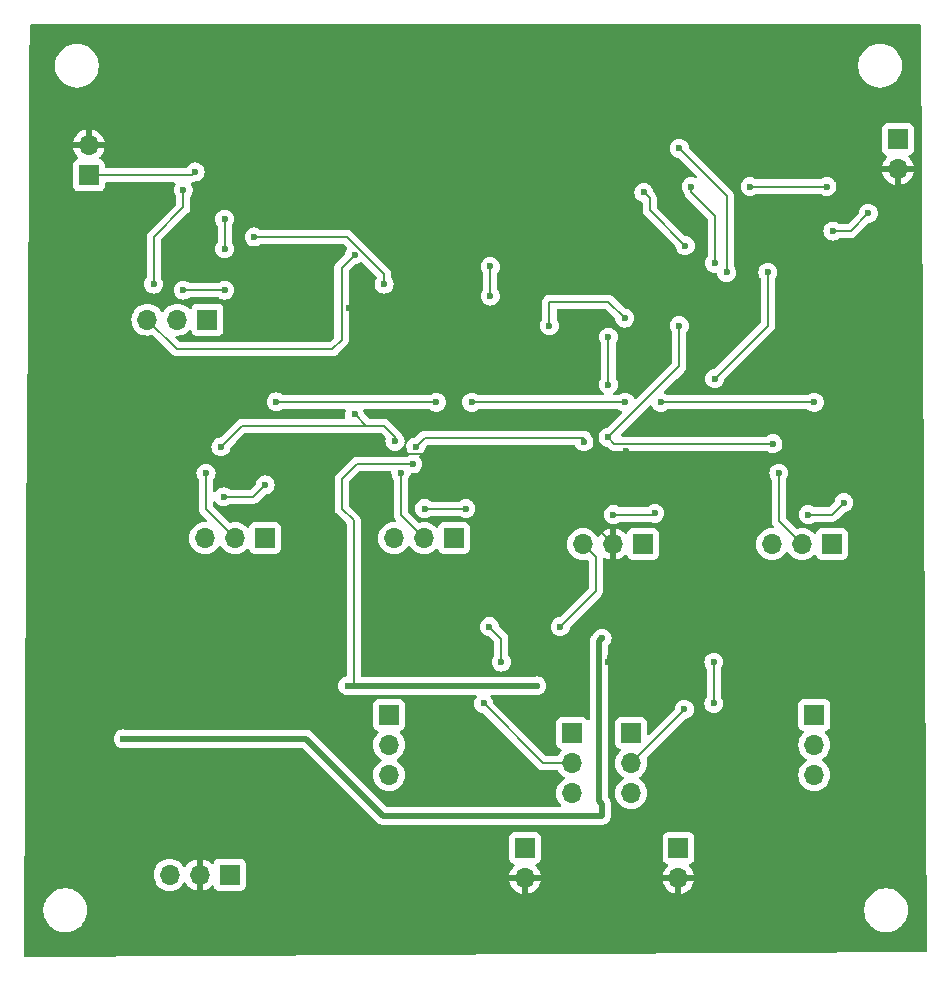
<source format=gbr>
%TF.GenerationSoftware,KiCad,Pcbnew,8.0.5*%
%TF.CreationDate,2024-11-23T13:55:34+01:00*%
%TF.ProjectId,mesa_mezclas,6d657361-5f6d-4657-9a63-6c61732e6b69,rev?*%
%TF.SameCoordinates,Original*%
%TF.FileFunction,Copper,L2,Bot*%
%TF.FilePolarity,Positive*%
%FSLAX46Y46*%
G04 Gerber Fmt 4.6, Leading zero omitted, Abs format (unit mm)*
G04 Created by KiCad (PCBNEW 8.0.5) date 2024-11-23 13:55:34*
%MOMM*%
%LPD*%
G01*
G04 APERTURE LIST*
%TA.AperFunction,ComponentPad*%
%ADD10R,1.700000X1.700000*%
%TD*%
%TA.AperFunction,ComponentPad*%
%ADD11O,1.700000X1.700000*%
%TD*%
%TA.AperFunction,ViaPad*%
%ADD12C,0.600000*%
%TD*%
%TA.AperFunction,Conductor*%
%ADD13C,0.200000*%
%TD*%
%TA.AperFunction,Conductor*%
%ADD14C,0.500000*%
%TD*%
G04 APERTURE END LIST*
D10*
%TO.P,J5,1,Pin_1*%
%TO.N,Net-(J5-Pin_1)*%
X141925000Y-161725000D03*
D11*
%TO.P,J5,2,Pin_2*%
%TO.N,GND*%
X141925000Y-164265000D03*
%TD*%
D10*
%TO.P,RV5,1,1*%
%TO.N,Net-(C7-Pad2)*%
X106925000Y-135500000D03*
D11*
%TO.P,RV5,2,2*%
%TO.N,Net-(U3A-+)*%
X104385000Y-135500000D03*
%TO.P,RV5,3,3*%
%TO.N,/BALANCE_dj/ENTRADA_dj_ch1*%
X101845000Y-135500000D03*
%TD*%
D10*
%TO.P,J8,1,Pin_1*%
%TO.N,Net-(J8-Pin_1)*%
X103925000Y-164000000D03*
D11*
%TO.P,J8,2,Pin_2*%
%TO.N,GND*%
X101385000Y-164000000D03*
%TO.P,J8,3,Pin_3*%
%TO.N,Net-(J8-Pin_3)*%
X98845000Y-164000000D03*
%TD*%
%TO.P,J3,2,Pin_2*%
%TO.N,GND*%
X160500000Y-104265000D03*
D10*
%TO.P,J3,1,Pin_1*%
%TO.N,/amplificador_auriculares/salida_amplificador_auriculares*%
X160500000Y-101725000D03*
%TD*%
%TO.P,RV7,1,1*%
%TO.N,Net-(C9-Pad2)*%
X138925000Y-136000000D03*
D11*
%TO.P,RV7,2,2*%
%TO.N,GND*%
X136385000Y-136000000D03*
%TO.P,RV7,3,3*%
%TO.N,/BALANCE_dj/ENTRADA_dj_ch1*%
X133845000Y-136000000D03*
%TD*%
D10*
%TO.P,RV2,1,1*%
%TO.N,Net-(R4-Pad1)*%
X117425000Y-150460000D03*
D11*
%TO.P,RV2,2,2*%
%TO.N,Net-(C3-Pad1)*%
X117425000Y-153000000D03*
%TO.P,RV2,3,3*%
%TO.N,Net-(R2-Pad2)*%
X117425000Y-155540000D03*
%TD*%
D10*
%TO.P,RV1,1,1*%
%TO.N,Net-(C2-Pad2)*%
X132925000Y-152000000D03*
D11*
%TO.P,RV1,2,2*%
%TO.N,Net-(R3-Pad1)*%
X132925000Y-154540000D03*
%TO.P,RV1,3,3*%
%TO.N,Net-(C2-Pad1)*%
X132925000Y-157080000D03*
%TD*%
D10*
%TO.P,J2,1,Pin_1*%
%TO.N,Net-(J2-Pin_1)*%
X128925000Y-161725000D03*
D11*
%TO.P,J2,2,Pin_2*%
%TO.N,GND*%
X128925000Y-164265000D03*
%TD*%
D10*
%TO.P,RV8,1,1*%
%TO.N,Net-(C10-Pad2)*%
X154925000Y-136000000D03*
D11*
%TO.P,RV8,2,2*%
%TO.N,Net-(U9A-+)*%
X152385000Y-136000000D03*
%TO.P,RV8,3,3*%
%TO.N,/BALANCE_dj/ENTRADA_dj_ch2*%
X149845000Y-136000000D03*
%TD*%
D10*
%TO.P,RV9,1,1*%
%TO.N,Net-(J1-Pin_1)*%
X102040000Y-117000000D03*
D11*
%TO.P,RV9,2,2*%
%TO.N,Net-(U5A--)*%
X99500000Y-117000000D03*
%TO.P,RV9,3,3*%
%TO.N,/BALANCE_publico/SALIDA_PUBLICO*%
X96960000Y-117000000D03*
%TD*%
D10*
%TO.P,RV6,1,1*%
%TO.N,Net-(C8-Pad2)*%
X122925000Y-135500000D03*
D11*
%TO.P,RV6,2,2*%
%TO.N,Net-(U4A-+)*%
X120385000Y-135500000D03*
%TO.P,RV6,3,3*%
%TO.N,/BALANCE_dj/ENTRADA_dj_ch2*%
X117845000Y-135500000D03*
%TD*%
D10*
%TO.P,J1,1,Pin_1*%
%TO.N,Net-(J1-Pin_1)*%
X92000000Y-104775000D03*
D11*
%TO.P,J1,2,Pin_2*%
%TO.N,GND*%
X92000000Y-102235000D03*
%TD*%
D10*
%TO.P,RV4,1,1*%
%TO.N,Net-(R10-Pad1)*%
X153425000Y-150460000D03*
D11*
%TO.P,RV4,2,2*%
%TO.N,Net-(C6-Pad1)*%
X153425000Y-153000000D03*
%TO.P,RV4,3,3*%
%TO.N,Net-(R7-Pad2)*%
X153425000Y-155540000D03*
%TD*%
D10*
%TO.P,RV3,1,1*%
%TO.N,Net-(C5-Pad2)*%
X137925000Y-152000000D03*
D11*
%TO.P,RV3,2,2*%
%TO.N,Net-(R8-Pad1)*%
X137925000Y-154540000D03*
%TO.P,RV3,3,3*%
%TO.N,Net-(C5-Pad1)*%
X137925000Y-157080000D03*
%TD*%
D12*
%TO.N,Net-(C2-Pad2)*%
X125925000Y-143000000D03*
X126925000Y-146000000D03*
%TO.N,/BALANCE_dj/SALIDA_dj_sin_amplificar*%
X126000000Y-112500000D03*
X137365000Y-116865000D03*
X131000000Y-117500000D03*
X126000000Y-115000000D03*
%TO.N,/amplificador_auriculares/salida_amplificador_auriculares*%
X155000000Y-109500000D03*
%TO.N,GND*%
X152000000Y-117500000D03*
X134425000Y-130000000D03*
X113000000Y-127000000D03*
X124000000Y-119000000D03*
X138925000Y-129000000D03*
X154925000Y-128500000D03*
X140425000Y-128500000D03*
X135925000Y-146000000D03*
X110595000Y-117095000D03*
X121525000Y-128000000D03*
X104915735Y-107084265D03*
X124425000Y-128000000D03*
X140670345Y-112299695D03*
X114000000Y-116000000D03*
X108195000Y-127770000D03*
X137525000Y-128100000D03*
X101175000Y-155250000D03*
X146000000Y-114730000D03*
%TO.N,Net-(C5-Pad2)*%
X144925000Y-149500000D03*
X144925000Y-146000000D03*
%TO.N,Net-(U3A-+)*%
X101925000Y-130000000D03*
%TO.N,Net-(U3B--)*%
X103425000Y-132000000D03*
X106925000Y-131000000D03*
%TO.N,Net-(U4A-+)*%
X118425000Y-130000000D03*
%TO.N,Net-(U4B--)*%
X120425000Y-133000000D03*
X123925000Y-133000000D03*
%TO.N,Net-(C9-Pad2)*%
X136000000Y-122500000D03*
X136000000Y-118500000D03*
%TO.N,Net-(U9A-+)*%
X150425000Y-130000000D03*
%TO.N,Net-(U8B--)*%
X139925000Y-133400000D03*
X136425000Y-133500000D03*
%TO.N,Net-(U9B--)*%
X155925000Y-132500000D03*
X152925000Y-133500000D03*
%TO.N,/BALANCE_dj/ENTRADA_dj_ch1*%
X131925000Y-143000000D03*
%TO.N,-VCC*%
X129925000Y-148000000D03*
X113925000Y-148000000D03*
X103195000Y-127770000D03*
X149925000Y-127500000D03*
X114500000Y-125000000D03*
X133925000Y-127340000D03*
X117925000Y-127300000D03*
X119695000Y-127770000D03*
X135962500Y-126962500D03*
X117000000Y-114000000D03*
X142000000Y-102500000D03*
X146000000Y-113000000D03*
X142000000Y-117500000D03*
X119425000Y-129220000D03*
X106000000Y-110000000D03*
%TO.N,VCC*%
X107885000Y-123960000D03*
X149500000Y-113000000D03*
X145000000Y-122000000D03*
X121425000Y-124000000D03*
X153425000Y-124000000D03*
X94925000Y-152500000D03*
X137425000Y-124000000D03*
X124425000Y-124000000D03*
X140425000Y-124000000D03*
X135452041Y-143972959D03*
%TO.N,Net-(R3-Pad1)*%
X125425000Y-149500000D03*
%TO.N,Net-(U5B-+)*%
X103500000Y-111000000D03*
X103500000Y-108500000D03*
X103500000Y-114500000D03*
X100000000Y-114500000D03*
%TO.N,Net-(D1-K)*%
X142500000Y-110730000D03*
X139000000Y-106230000D03*
%TO.N,Net-(U5A--)*%
X100000000Y-106000000D03*
X97500000Y-114000000D03*
%TO.N,/BALANCE_publico/SALIDA_PUBLICO*%
X114500000Y-111500000D03*
%TO.N,Net-(J1-Pin_1)*%
X101000000Y-104500000D03*
%TO.N,Net-(R8-Pad1)*%
X142425000Y-150000000D03*
%TO.N,Net-(U1A--)*%
X145000000Y-112230000D03*
X148000000Y-105730000D03*
X154500000Y-105730000D03*
X143000000Y-105730000D03*
%TO.N,/amplificador_auriculares/salida_amplificador_auriculares*%
X158000000Y-108000000D03*
%TO.N,GND*%
X156905000Y-127905000D03*
%TD*%
D13*
%TO.N,/amplificador_auriculares/salida_amplificador_auriculares*%
X158000000Y-108000000D02*
X156500000Y-109500000D01*
X156500000Y-109500000D02*
X155000000Y-109500000D01*
%TO.N,Net-(C2-Pad2)*%
X126925000Y-146000000D02*
X126925000Y-144000000D01*
X126925000Y-144000000D02*
X125925000Y-143000000D01*
%TO.N,/BALANCE_dj/SALIDA_dj_sin_amplificar*%
X131000000Y-115500000D02*
X131000000Y-117500000D01*
X126000000Y-115000000D02*
X126000000Y-112500000D01*
X136000000Y-115500000D02*
X131000000Y-115500000D01*
X137365000Y-116865000D02*
X136000000Y-115500000D01*
%TO.N,GND*%
X156905000Y-122405000D02*
X152000000Y-117500000D01*
X140425000Y-128500000D02*
X154925000Y-128500000D01*
X156905000Y-127905000D02*
X156905000Y-122405000D01*
X137425000Y-130500000D02*
X138925000Y-129000000D01*
X129925000Y-128000000D02*
X130425000Y-128500000D01*
D14*
X110190000Y-164265000D02*
X128925000Y-164265000D01*
D13*
X124000000Y-119000000D02*
X120500000Y-119000000D01*
X121425000Y-128000000D02*
X121525000Y-128000000D01*
X130425000Y-128500000D02*
X136925000Y-128500000D01*
X113000000Y-127000000D02*
X113000000Y-127770000D01*
X140670345Y-112299695D02*
X143569695Y-112299695D01*
X135925000Y-146000000D02*
X135925000Y-145500000D01*
X112500000Y-127770000D02*
X113000000Y-127770000D01*
X124425000Y-128000000D02*
X129925000Y-128000000D01*
D14*
X101175000Y-155250000D02*
X110190000Y-164265000D01*
D13*
X120500000Y-119000000D02*
X117500000Y-116000000D01*
X136385000Y-145040000D02*
X136385000Y-136000000D01*
X113000000Y-127770000D02*
X117103529Y-127770000D01*
X136925000Y-128500000D02*
X137425000Y-128000000D01*
X117103529Y-127770000D02*
X117703529Y-128370000D01*
X137425000Y-128000000D02*
X137525000Y-128100000D01*
X110595000Y-117095000D02*
X105000000Y-111500000D01*
X134425000Y-134040000D02*
X134425000Y-130500000D01*
X136385000Y-136000000D02*
X134425000Y-134040000D01*
X143569695Y-112299695D02*
X146000000Y-114730000D01*
X135925000Y-145500000D02*
X136385000Y-145040000D01*
X108195000Y-127770000D02*
X112500000Y-127770000D01*
X105000000Y-111500000D02*
X105000000Y-107000000D01*
X117500000Y-116000000D02*
X114000000Y-116000000D01*
X121055000Y-128370000D02*
X121425000Y-128000000D01*
X105000000Y-107000000D02*
X104915735Y-107084265D01*
X117703529Y-128370000D02*
X121055000Y-128370000D01*
X134425000Y-130500000D02*
X137425000Y-130500000D01*
X134425000Y-130500000D02*
X134425000Y-130000000D01*
%TO.N,Net-(C5-Pad2)*%
X144925000Y-146000000D02*
X144925000Y-149500000D01*
%TO.N,Net-(U3A-+)*%
X101925000Y-130000000D02*
X101925000Y-133040000D01*
X101925000Y-133040000D02*
X104385000Y-135500000D01*
%TO.N,Net-(U3B--)*%
X105925000Y-132000000D02*
X103425000Y-132000000D01*
X106925000Y-131000000D02*
X105925000Y-132000000D01*
%TO.N,Net-(U4A-+)*%
X118425000Y-133540000D02*
X118425000Y-130000000D01*
X120385000Y-135500000D02*
X118425000Y-133540000D01*
%TO.N,Net-(U4B--)*%
X123925000Y-133000000D02*
X120425000Y-133000000D01*
%TO.N,Net-(C9-Pad2)*%
X136000000Y-118500000D02*
X136000000Y-122500000D01*
%TO.N,Net-(U9A-+)*%
X150425000Y-134040000D02*
X150425000Y-130000000D01*
X152385000Y-136000000D02*
X150425000Y-134040000D01*
%TO.N,Net-(U8B--)*%
X136425000Y-133500000D02*
X139925000Y-133500000D01*
X139925000Y-133500000D02*
X139925000Y-133400000D01*
%TO.N,Net-(U9B--)*%
X154925000Y-133500000D02*
X152925000Y-133500000D01*
X155925000Y-132500000D02*
X154925000Y-133500000D01*
%TO.N,/BALANCE_dj/ENTRADA_dj_ch1*%
X131925000Y-143000000D02*
X134925000Y-140000000D01*
X134925000Y-140000000D02*
X134925000Y-137080000D01*
X134925000Y-137080000D02*
X133845000Y-136000000D01*
%TO.N,-VCC*%
X135962500Y-126962500D02*
X142000000Y-120925000D01*
X114425000Y-134000000D02*
X114425000Y-148000000D01*
X146000000Y-106500000D02*
X146000000Y-113000000D01*
X120465000Y-127000000D02*
X133925000Y-127000000D01*
D14*
X113925000Y-148000000D02*
X114425000Y-148000000D01*
D13*
X113425000Y-130500000D02*
X113425000Y-133000000D01*
D14*
X114425000Y-148000000D02*
X129925000Y-148000000D01*
D13*
X113425000Y-133000000D02*
X114425000Y-134000000D01*
X103965000Y-127000000D02*
X104965000Y-126000000D01*
X106000000Y-110000000D02*
X113848529Y-110000000D01*
X135962500Y-126962500D02*
X136500000Y-127500000D01*
X113848529Y-110000000D02*
X117000000Y-113151471D01*
X114500000Y-125000000D02*
X115500000Y-126000000D01*
X119695000Y-127770000D02*
X120465000Y-127000000D01*
X117000000Y-126000000D02*
X117925000Y-126925000D01*
X136500000Y-127500000D02*
X149925000Y-127500000D01*
X103195000Y-127770000D02*
X103965000Y-127000000D01*
X115500000Y-126000000D02*
X117000000Y-126000000D01*
X119425000Y-129220000D02*
X114705000Y-129220000D01*
X142000000Y-120925000D02*
X142000000Y-117500000D01*
X117000000Y-113151471D02*
X117000000Y-114000000D01*
X142000000Y-102500000D02*
X146000000Y-106500000D01*
X114705000Y-129220000D02*
X113425000Y-130500000D01*
X104965000Y-126000000D02*
X115500000Y-126000000D01*
X117925000Y-126925000D02*
X117925000Y-127300000D01*
X133925000Y-127000000D02*
X133925000Y-127340000D01*
D14*
%TO.N,VCC*%
X110425000Y-152500000D02*
X116925000Y-159000000D01*
X94925000Y-152500000D02*
X110425000Y-152500000D01*
X135175000Y-157750000D02*
X135175000Y-144250000D01*
D13*
X145000000Y-122000000D02*
X149500000Y-117500000D01*
X121385000Y-123960000D02*
X121425000Y-124000000D01*
D14*
X116925000Y-159000000D02*
X135425000Y-159000000D01*
D13*
X140425000Y-124000000D02*
X153425000Y-124000000D01*
X149500000Y-117500000D02*
X149500000Y-113000000D01*
X107885000Y-123960000D02*
X121385000Y-123960000D01*
D14*
X135425000Y-158000000D02*
X135175000Y-157750000D01*
X135175000Y-144250000D02*
X135452041Y-143972959D01*
D13*
X124425000Y-124000000D02*
X137425000Y-124000000D01*
D14*
X135425000Y-159000000D02*
X135425000Y-158000000D01*
D13*
%TO.N,Net-(R3-Pad1)*%
X132925000Y-154540000D02*
X130465000Y-154540000D01*
X130465000Y-154540000D02*
X125425000Y-149500000D01*
%TO.N,Net-(U5B-+)*%
X103500000Y-111000000D02*
X103500000Y-108500000D01*
X103500000Y-114500000D02*
X100000000Y-114500000D01*
%TO.N,Net-(D1-K)*%
X139500000Y-107730000D02*
X142500000Y-110730000D01*
X139000000Y-106230000D02*
X139500000Y-106730000D01*
X139500000Y-106730000D02*
X139500000Y-107730000D01*
%TO.N,Net-(U5A--)*%
X97500000Y-114000000D02*
X97500000Y-110000000D01*
X97500000Y-110000000D02*
X100000000Y-107500000D01*
X100000000Y-107500000D02*
X100000000Y-106000000D01*
%TO.N,/BALANCE_publico/SALIDA_PUBLICO*%
X113400000Y-112600000D02*
X113400000Y-118725000D01*
X113400000Y-118725000D02*
X112625000Y-119500000D01*
X114500000Y-111500000D02*
X113400000Y-112600000D01*
X96960000Y-117000000D02*
X99460000Y-119500000D01*
X99460000Y-119500000D02*
X112625000Y-119500000D01*
%TO.N,Net-(J1-Pin_1)*%
X101000000Y-104500000D02*
X100725000Y-104775000D01*
X100725000Y-104775000D02*
X92000000Y-104775000D01*
%TO.N,Net-(R8-Pad1)*%
X142425000Y-150000000D02*
X142425000Y-150040000D01*
X142425000Y-150040000D02*
X137925000Y-154540000D01*
%TO.N,Net-(U1A--)*%
X143000000Y-105730000D02*
X143000000Y-106230000D01*
X154500000Y-105730000D02*
X148000000Y-105730000D01*
X143000000Y-106230000D02*
X145000000Y-108230000D01*
X145000000Y-108230000D02*
X145000000Y-112230000D01*
%TD*%
%TA.AperFunction,Conductor*%
%TO.N,GND*%
G36*
X162443827Y-92019685D02*
G01*
X162489582Y-92072489D01*
X162500784Y-92123208D01*
X162672027Y-119008255D01*
X162999210Y-170376023D01*
X162979953Y-170443187D01*
X162927442Y-170489277D01*
X162876023Y-170500810D01*
X86625602Y-170999179D01*
X86558436Y-170979933D01*
X86512337Y-170927430D01*
X86500794Y-170874401D01*
X86526083Y-166878711D01*
X88149500Y-166878711D01*
X88149500Y-167121288D01*
X88181161Y-167361785D01*
X88243947Y-167596104D01*
X88336773Y-167820205D01*
X88336776Y-167820212D01*
X88458064Y-168030289D01*
X88458066Y-168030292D01*
X88458067Y-168030293D01*
X88605733Y-168222736D01*
X88605739Y-168222743D01*
X88777256Y-168394260D01*
X88777262Y-168394265D01*
X88969711Y-168541936D01*
X89179788Y-168663224D01*
X89403900Y-168756054D01*
X89638211Y-168818838D01*
X89818586Y-168842584D01*
X89878711Y-168850500D01*
X89878712Y-168850500D01*
X90121289Y-168850500D01*
X90169388Y-168844167D01*
X90361789Y-168818838D01*
X90596100Y-168756054D01*
X90820212Y-168663224D01*
X91030289Y-168541936D01*
X91222738Y-168394265D01*
X91394265Y-168222738D01*
X91541936Y-168030289D01*
X91663224Y-167820212D01*
X91756054Y-167596100D01*
X91818838Y-167361789D01*
X91850500Y-167121288D01*
X91850500Y-166878712D01*
X91850500Y-166878711D01*
X157649500Y-166878711D01*
X157649500Y-167121288D01*
X157681161Y-167361785D01*
X157743947Y-167596104D01*
X157836773Y-167820205D01*
X157836776Y-167820212D01*
X157958064Y-168030289D01*
X157958066Y-168030292D01*
X157958067Y-168030293D01*
X158105733Y-168222736D01*
X158105739Y-168222743D01*
X158277256Y-168394260D01*
X158277262Y-168394265D01*
X158469711Y-168541936D01*
X158679788Y-168663224D01*
X158903900Y-168756054D01*
X159138211Y-168818838D01*
X159318586Y-168842584D01*
X159378711Y-168850500D01*
X159378712Y-168850500D01*
X159621289Y-168850500D01*
X159669388Y-168844167D01*
X159861789Y-168818838D01*
X160096100Y-168756054D01*
X160320212Y-168663224D01*
X160530289Y-168541936D01*
X160722738Y-168394265D01*
X160894265Y-168222738D01*
X161041936Y-168030289D01*
X161163224Y-167820212D01*
X161256054Y-167596100D01*
X161318838Y-167361789D01*
X161350500Y-167121288D01*
X161350500Y-166878712D01*
X161318838Y-166638211D01*
X161256054Y-166403900D01*
X161163224Y-166179788D01*
X161041936Y-165969711D01*
X160894265Y-165777262D01*
X160894260Y-165777256D01*
X160722743Y-165605739D01*
X160722736Y-165605733D01*
X160530293Y-165458067D01*
X160530292Y-165458066D01*
X160530289Y-165458064D01*
X160320212Y-165336776D01*
X160320205Y-165336773D01*
X160096104Y-165243947D01*
X159861785Y-165181161D01*
X159621289Y-165149500D01*
X159621288Y-165149500D01*
X159378712Y-165149500D01*
X159378711Y-165149500D01*
X159138214Y-165181161D01*
X158903895Y-165243947D01*
X158679794Y-165336773D01*
X158679785Y-165336777D01*
X158469706Y-165458067D01*
X158277263Y-165605733D01*
X158277256Y-165605739D01*
X158105739Y-165777256D01*
X158105733Y-165777263D01*
X157958067Y-165969706D01*
X157836777Y-166179785D01*
X157836773Y-166179794D01*
X157743947Y-166403895D01*
X157681161Y-166638214D01*
X157649500Y-166878711D01*
X91850500Y-166878711D01*
X91818838Y-166638211D01*
X91756054Y-166403900D01*
X91663224Y-166179788D01*
X91541936Y-165969711D01*
X91394265Y-165777262D01*
X91394260Y-165777256D01*
X91222743Y-165605739D01*
X91222736Y-165605733D01*
X91030293Y-165458067D01*
X91030292Y-165458066D01*
X91030289Y-165458064D01*
X90820212Y-165336776D01*
X90820205Y-165336773D01*
X90596104Y-165243947D01*
X90361785Y-165181161D01*
X90121289Y-165149500D01*
X90121288Y-165149500D01*
X89878712Y-165149500D01*
X89878711Y-165149500D01*
X89638214Y-165181161D01*
X89403895Y-165243947D01*
X89179794Y-165336773D01*
X89179785Y-165336777D01*
X88969706Y-165458067D01*
X88777263Y-165605733D01*
X88777256Y-165605739D01*
X88605739Y-165777256D01*
X88605733Y-165777263D01*
X88458067Y-165969706D01*
X88336777Y-166179785D01*
X88336773Y-166179794D01*
X88243947Y-166403895D01*
X88181161Y-166638214D01*
X88149500Y-166878711D01*
X86526083Y-166878711D01*
X86544303Y-163999999D01*
X97489341Y-163999999D01*
X97489341Y-164000000D01*
X97509936Y-164235403D01*
X97509938Y-164235413D01*
X97571094Y-164463655D01*
X97571096Y-164463659D01*
X97571097Y-164463663D01*
X97654155Y-164641781D01*
X97670965Y-164677830D01*
X97670967Y-164677834D01*
X97732002Y-164765000D01*
X97806505Y-164871401D01*
X97973599Y-165038495D01*
X98070384Y-165106265D01*
X98167165Y-165174032D01*
X98167167Y-165174033D01*
X98167170Y-165174035D01*
X98381337Y-165273903D01*
X98609592Y-165335063D01*
X98786034Y-165350500D01*
X98844999Y-165355659D01*
X98845000Y-165355659D01*
X98845001Y-165355659D01*
X98903966Y-165350500D01*
X99080408Y-165335063D01*
X99308663Y-165273903D01*
X99522830Y-165174035D01*
X99716401Y-165038495D01*
X99883495Y-164871401D01*
X100013730Y-164685405D01*
X100068307Y-164641781D01*
X100137805Y-164634587D01*
X100200160Y-164666110D01*
X100216879Y-164685405D01*
X100346890Y-164871078D01*
X100513917Y-165038105D01*
X100707421Y-165173600D01*
X100921507Y-165273429D01*
X100921516Y-165273433D01*
X101135000Y-165330634D01*
X101135000Y-164433012D01*
X101192007Y-164465925D01*
X101319174Y-164500000D01*
X101450826Y-164500000D01*
X101577993Y-164465925D01*
X101635000Y-164433012D01*
X101635000Y-165330633D01*
X101848483Y-165273433D01*
X101848492Y-165273429D01*
X102062578Y-165173600D01*
X102256078Y-165038108D01*
X102378133Y-164916053D01*
X102439456Y-164882568D01*
X102509148Y-164887552D01*
X102565082Y-164929423D01*
X102581997Y-164960401D01*
X102631202Y-165092328D01*
X102631206Y-165092335D01*
X102717452Y-165207544D01*
X102717455Y-165207547D01*
X102832664Y-165293793D01*
X102832671Y-165293797D01*
X102967517Y-165344091D01*
X102967516Y-165344091D01*
X102974444Y-165344835D01*
X103027127Y-165350500D01*
X104822872Y-165350499D01*
X104882483Y-165344091D01*
X105017331Y-165293796D01*
X105132546Y-165207546D01*
X105218796Y-165092331D01*
X105269091Y-164957483D01*
X105275500Y-164897873D01*
X105275499Y-163102128D01*
X105269091Y-163042517D01*
X105268002Y-163039598D01*
X105218797Y-162907671D01*
X105218793Y-162907664D01*
X105132547Y-162792455D01*
X105132544Y-162792452D01*
X105017335Y-162706206D01*
X105017328Y-162706202D01*
X104882482Y-162655908D01*
X104882483Y-162655908D01*
X104822883Y-162649501D01*
X104822881Y-162649500D01*
X104822873Y-162649500D01*
X104822864Y-162649500D01*
X103027129Y-162649500D01*
X103027123Y-162649501D01*
X102967516Y-162655908D01*
X102832671Y-162706202D01*
X102832664Y-162706206D01*
X102717455Y-162792452D01*
X102717452Y-162792455D01*
X102631206Y-162907664D01*
X102631202Y-162907671D01*
X102581997Y-163039598D01*
X102540126Y-163095532D01*
X102474661Y-163119949D01*
X102406388Y-163105097D01*
X102378134Y-163083946D01*
X102256082Y-162961894D01*
X102062578Y-162826399D01*
X101848492Y-162726570D01*
X101848486Y-162726567D01*
X101635000Y-162669364D01*
X101635000Y-163566988D01*
X101577993Y-163534075D01*
X101450826Y-163500000D01*
X101319174Y-163500000D01*
X101192007Y-163534075D01*
X101135000Y-163566988D01*
X101135000Y-162669364D01*
X101134999Y-162669364D01*
X100921513Y-162726567D01*
X100921507Y-162726570D01*
X100707422Y-162826399D01*
X100707420Y-162826400D01*
X100513926Y-162961886D01*
X100513920Y-162961891D01*
X100346891Y-163128920D01*
X100346890Y-163128922D01*
X100216880Y-163314595D01*
X100162303Y-163358219D01*
X100092804Y-163365412D01*
X100030450Y-163333890D01*
X100013730Y-163314594D01*
X99883494Y-163128597D01*
X99716402Y-162961506D01*
X99716395Y-162961501D01*
X99522834Y-162825967D01*
X99522830Y-162825965D01*
X99504308Y-162817328D01*
X99308663Y-162726097D01*
X99308659Y-162726096D01*
X99308655Y-162726094D01*
X99080413Y-162664938D01*
X99080403Y-162664936D01*
X98845001Y-162644341D01*
X98844999Y-162644341D01*
X98609596Y-162664936D01*
X98609586Y-162664938D01*
X98381344Y-162726094D01*
X98381335Y-162726098D01*
X98167171Y-162825964D01*
X98167169Y-162825965D01*
X97973597Y-162961505D01*
X97806505Y-163128597D01*
X97670965Y-163322169D01*
X97670964Y-163322171D01*
X97571098Y-163536335D01*
X97571094Y-163536344D01*
X97509938Y-163764586D01*
X97509936Y-163764596D01*
X97489341Y-163999999D01*
X86544303Y-163999999D01*
X86564384Y-160827135D01*
X127574500Y-160827135D01*
X127574500Y-162622870D01*
X127574501Y-162622876D01*
X127580908Y-162682483D01*
X127631202Y-162817328D01*
X127631206Y-162817335D01*
X127717452Y-162932544D01*
X127717455Y-162932547D01*
X127832664Y-163018793D01*
X127832671Y-163018797D01*
X127832674Y-163018798D01*
X127964598Y-163068002D01*
X128020531Y-163109873D01*
X128044949Y-163175337D01*
X128030098Y-163243610D01*
X128008947Y-163271865D01*
X127886886Y-163393926D01*
X127751400Y-163587420D01*
X127751399Y-163587422D01*
X127651570Y-163801507D01*
X127651567Y-163801513D01*
X127594364Y-164014999D01*
X127594364Y-164015000D01*
X128491988Y-164015000D01*
X128459075Y-164072007D01*
X128425000Y-164199174D01*
X128425000Y-164330826D01*
X128459075Y-164457993D01*
X128491988Y-164515000D01*
X127594364Y-164515000D01*
X127651567Y-164728486D01*
X127651570Y-164728492D01*
X127751399Y-164942578D01*
X127886894Y-165136082D01*
X128053917Y-165303105D01*
X128247421Y-165438600D01*
X128461507Y-165538429D01*
X128461516Y-165538433D01*
X128675000Y-165595634D01*
X128675000Y-164698012D01*
X128732007Y-164730925D01*
X128859174Y-164765000D01*
X128990826Y-164765000D01*
X129117993Y-164730925D01*
X129175000Y-164698012D01*
X129175000Y-165595633D01*
X129388483Y-165538433D01*
X129388492Y-165538429D01*
X129602578Y-165438600D01*
X129796082Y-165303105D01*
X129963105Y-165136082D01*
X130098600Y-164942578D01*
X130198429Y-164728492D01*
X130198432Y-164728486D01*
X130255636Y-164515000D01*
X129358012Y-164515000D01*
X129390925Y-164457993D01*
X129425000Y-164330826D01*
X129425000Y-164199174D01*
X129390925Y-164072007D01*
X129358012Y-164015000D01*
X130255636Y-164015000D01*
X130255635Y-164014999D01*
X130198432Y-163801513D01*
X130198429Y-163801507D01*
X130098600Y-163587422D01*
X130098599Y-163587420D01*
X129963113Y-163393926D01*
X129963108Y-163393920D01*
X129841053Y-163271865D01*
X129807568Y-163210542D01*
X129812552Y-163140850D01*
X129854424Y-163084917D01*
X129885400Y-163068002D01*
X130017331Y-163018796D01*
X130132546Y-162932546D01*
X130218796Y-162817331D01*
X130269091Y-162682483D01*
X130275500Y-162622873D01*
X130275499Y-160827135D01*
X140574500Y-160827135D01*
X140574500Y-162622870D01*
X140574501Y-162622876D01*
X140580908Y-162682483D01*
X140631202Y-162817328D01*
X140631206Y-162817335D01*
X140717452Y-162932544D01*
X140717455Y-162932547D01*
X140832664Y-163018793D01*
X140832671Y-163018797D01*
X140832674Y-163018798D01*
X140964598Y-163068002D01*
X141020531Y-163109873D01*
X141044949Y-163175337D01*
X141030098Y-163243610D01*
X141008947Y-163271865D01*
X140886886Y-163393926D01*
X140751400Y-163587420D01*
X140751399Y-163587422D01*
X140651570Y-163801507D01*
X140651567Y-163801513D01*
X140594364Y-164014999D01*
X140594364Y-164015000D01*
X141491988Y-164015000D01*
X141459075Y-164072007D01*
X141425000Y-164199174D01*
X141425000Y-164330826D01*
X141459075Y-164457993D01*
X141491988Y-164515000D01*
X140594364Y-164515000D01*
X140651567Y-164728486D01*
X140651570Y-164728492D01*
X140751399Y-164942578D01*
X140886894Y-165136082D01*
X141053917Y-165303105D01*
X141247421Y-165438600D01*
X141461507Y-165538429D01*
X141461516Y-165538433D01*
X141675000Y-165595634D01*
X141675000Y-164698012D01*
X141732007Y-164730925D01*
X141859174Y-164765000D01*
X141990826Y-164765000D01*
X142117993Y-164730925D01*
X142175000Y-164698012D01*
X142175000Y-165595633D01*
X142388483Y-165538433D01*
X142388492Y-165538429D01*
X142602578Y-165438600D01*
X142796082Y-165303105D01*
X142963105Y-165136082D01*
X143098600Y-164942578D01*
X143198429Y-164728492D01*
X143198432Y-164728486D01*
X143255636Y-164515000D01*
X142358012Y-164515000D01*
X142390925Y-164457993D01*
X142425000Y-164330826D01*
X142425000Y-164199174D01*
X142390925Y-164072007D01*
X142358012Y-164015000D01*
X143255636Y-164015000D01*
X143255635Y-164014999D01*
X143198432Y-163801513D01*
X143198429Y-163801507D01*
X143098600Y-163587422D01*
X143098599Y-163587420D01*
X142963113Y-163393926D01*
X142963108Y-163393920D01*
X142841053Y-163271865D01*
X142807568Y-163210542D01*
X142812552Y-163140850D01*
X142854424Y-163084917D01*
X142885400Y-163068002D01*
X143017331Y-163018796D01*
X143132546Y-162932546D01*
X143218796Y-162817331D01*
X143269091Y-162682483D01*
X143275500Y-162622873D01*
X143275499Y-160827128D01*
X143269091Y-160767517D01*
X143218796Y-160632669D01*
X143218795Y-160632668D01*
X143218793Y-160632664D01*
X143132547Y-160517455D01*
X143132544Y-160517452D01*
X143017335Y-160431206D01*
X143017328Y-160431202D01*
X142882482Y-160380908D01*
X142882483Y-160380908D01*
X142822883Y-160374501D01*
X142822881Y-160374500D01*
X142822873Y-160374500D01*
X142822864Y-160374500D01*
X141027129Y-160374500D01*
X141027123Y-160374501D01*
X140967516Y-160380908D01*
X140832671Y-160431202D01*
X140832664Y-160431206D01*
X140717455Y-160517452D01*
X140717452Y-160517455D01*
X140631206Y-160632664D01*
X140631202Y-160632671D01*
X140580908Y-160767517D01*
X140574501Y-160827116D01*
X140574501Y-160827123D01*
X140574500Y-160827135D01*
X130275499Y-160827135D01*
X130275499Y-160827128D01*
X130269091Y-160767517D01*
X130218796Y-160632669D01*
X130218795Y-160632668D01*
X130218793Y-160632664D01*
X130132547Y-160517455D01*
X130132544Y-160517452D01*
X130017335Y-160431206D01*
X130017328Y-160431202D01*
X129882482Y-160380908D01*
X129882483Y-160380908D01*
X129822883Y-160374501D01*
X129822881Y-160374500D01*
X129822873Y-160374500D01*
X129822864Y-160374500D01*
X128027129Y-160374500D01*
X128027123Y-160374501D01*
X127967516Y-160380908D01*
X127832671Y-160431202D01*
X127832664Y-160431206D01*
X127717455Y-160517452D01*
X127717452Y-160517455D01*
X127631206Y-160632664D01*
X127631202Y-160632671D01*
X127580908Y-160767517D01*
X127574501Y-160827116D01*
X127574501Y-160827123D01*
X127574500Y-160827135D01*
X86564384Y-160827135D01*
X86617088Y-152499996D01*
X94119435Y-152499996D01*
X94119435Y-152500003D01*
X94139630Y-152679249D01*
X94139631Y-152679254D01*
X94199211Y-152849523D01*
X94267047Y-152957483D01*
X94295184Y-153002262D01*
X94422738Y-153129816D01*
X94476736Y-153163745D01*
X94518682Y-153190102D01*
X94575478Y-153225789D01*
X94745745Y-153285368D01*
X94745750Y-153285369D01*
X94924996Y-153305565D01*
X94925000Y-153305565D01*
X94925004Y-153305565D01*
X95104249Y-153285369D01*
X95104252Y-153285368D01*
X95104255Y-153285368D01*
X95184017Y-153257457D01*
X95224972Y-153250500D01*
X110062770Y-153250500D01*
X110129809Y-153270185D01*
X110150451Y-153286819D01*
X116342049Y-159478416D01*
X116446581Y-159582948D01*
X116446585Y-159582952D01*
X116569498Y-159665080D01*
X116569511Y-159665087D01*
X116706082Y-159721656D01*
X116706087Y-159721658D01*
X116706091Y-159721658D01*
X116706092Y-159721659D01*
X116851079Y-159750500D01*
X116851082Y-159750500D01*
X135498920Y-159750500D01*
X135596462Y-159731096D01*
X135643913Y-159721658D01*
X135780495Y-159665084D01*
X135903416Y-159582951D01*
X136007951Y-159478416D01*
X136090084Y-159355495D01*
X136146658Y-159218913D01*
X136175500Y-159073918D01*
X136175500Y-157926082D01*
X136175500Y-157926079D01*
X136146659Y-157781092D01*
X136146658Y-157781091D01*
X136146658Y-157781087D01*
X136137025Y-157757830D01*
X136090087Y-157644511D01*
X136090080Y-157644498D01*
X136007951Y-157521584D01*
X136007948Y-157521580D01*
X135961819Y-157475451D01*
X135928334Y-157414128D01*
X135925500Y-157387770D01*
X135925500Y-154539999D01*
X136569341Y-154539999D01*
X136569341Y-154540000D01*
X136589936Y-154775403D01*
X136589938Y-154775413D01*
X136651094Y-155003655D01*
X136651096Y-155003659D01*
X136651097Y-155003663D01*
X136724085Y-155160185D01*
X136750965Y-155217830D01*
X136750967Y-155217834D01*
X136886501Y-155411395D01*
X136886506Y-155411402D01*
X137053597Y-155578493D01*
X137053603Y-155578498D01*
X137239158Y-155708425D01*
X137282783Y-155763002D01*
X137289977Y-155832500D01*
X137258454Y-155894855D01*
X137239158Y-155911575D01*
X137053597Y-156041505D01*
X136886505Y-156208597D01*
X136750965Y-156402169D01*
X136750964Y-156402171D01*
X136651098Y-156616335D01*
X136651094Y-156616344D01*
X136589938Y-156844586D01*
X136589936Y-156844596D01*
X136569341Y-157079999D01*
X136569341Y-157080000D01*
X136589936Y-157315403D01*
X136589938Y-157315413D01*
X136651094Y-157543655D01*
X136651096Y-157543659D01*
X136651097Y-157543663D01*
X136750965Y-157757830D01*
X136750967Y-157757834D01*
X136859281Y-157912521D01*
X136886505Y-157951401D01*
X137053599Y-158118495D01*
X137150384Y-158186265D01*
X137247165Y-158254032D01*
X137247167Y-158254033D01*
X137247170Y-158254035D01*
X137461337Y-158353903D01*
X137689592Y-158415063D01*
X137877918Y-158431539D01*
X137924999Y-158435659D01*
X137925000Y-158435659D01*
X137925001Y-158435659D01*
X137964234Y-158432226D01*
X138160408Y-158415063D01*
X138388663Y-158353903D01*
X138602830Y-158254035D01*
X138796401Y-158118495D01*
X138963495Y-157951401D01*
X139099035Y-157757830D01*
X139198903Y-157543663D01*
X139260063Y-157315408D01*
X139280659Y-157080000D01*
X139260063Y-156844592D01*
X139198903Y-156616337D01*
X139099035Y-156402171D01*
X138969962Y-156217834D01*
X138963494Y-156208597D01*
X138796402Y-156041506D01*
X138796396Y-156041501D01*
X138610842Y-155911575D01*
X138567217Y-155856998D01*
X138560023Y-155787500D01*
X138591546Y-155725145D01*
X138610842Y-155708425D01*
X138633026Y-155692891D01*
X138796401Y-155578495D01*
X138963495Y-155411401D01*
X139099035Y-155217830D01*
X139198903Y-155003663D01*
X139260063Y-154775408D01*
X139280659Y-154540000D01*
X139260063Y-154304592D01*
X139225671Y-154176239D01*
X139227334Y-154106393D01*
X139257763Y-154056470D01*
X140314234Y-152999999D01*
X152069341Y-152999999D01*
X152069341Y-153000000D01*
X152089936Y-153235403D01*
X152089938Y-153235413D01*
X152151094Y-153463655D01*
X152151096Y-153463659D01*
X152151097Y-153463663D01*
X152189806Y-153546674D01*
X152250965Y-153677830D01*
X152250967Y-153677834D01*
X152359281Y-153832521D01*
X152380041Y-153862170D01*
X152386501Y-153871395D01*
X152386506Y-153871402D01*
X152553597Y-154038493D01*
X152553603Y-154038498D01*
X152739158Y-154168425D01*
X152782783Y-154223002D01*
X152789977Y-154292500D01*
X152758454Y-154354855D01*
X152739158Y-154371575D01*
X152553597Y-154501505D01*
X152386505Y-154668597D01*
X152250965Y-154862169D01*
X152250964Y-154862171D01*
X152151098Y-155076335D01*
X152151094Y-155076344D01*
X152089938Y-155304586D01*
X152089936Y-155304596D01*
X152069341Y-155539999D01*
X152069341Y-155540000D01*
X152089936Y-155775403D01*
X152089938Y-155775413D01*
X152151094Y-156003655D01*
X152151096Y-156003659D01*
X152151097Y-156003663D01*
X152168744Y-156041506D01*
X152250965Y-156217830D01*
X152250967Y-156217834D01*
X152359281Y-156372521D01*
X152386505Y-156411401D01*
X152553599Y-156578495D01*
X152595511Y-156607842D01*
X152747165Y-156714032D01*
X152747167Y-156714033D01*
X152747170Y-156714035D01*
X152961337Y-156813903D01*
X153189592Y-156875063D01*
X153377918Y-156891539D01*
X153424999Y-156895659D01*
X153425000Y-156895659D01*
X153425001Y-156895659D01*
X153464234Y-156892226D01*
X153660408Y-156875063D01*
X153888663Y-156813903D01*
X154102830Y-156714035D01*
X154296401Y-156578495D01*
X154463495Y-156411401D01*
X154599035Y-156217830D01*
X154698903Y-156003663D01*
X154760063Y-155775408D01*
X154780659Y-155540000D01*
X154760063Y-155304592D01*
X154698903Y-155076337D01*
X154599035Y-154862171D01*
X154538284Y-154775408D01*
X154463494Y-154668597D01*
X154296402Y-154501506D01*
X154296396Y-154501501D01*
X154110842Y-154371575D01*
X154067217Y-154316998D01*
X154060023Y-154247500D01*
X154091546Y-154185145D01*
X154110842Y-154168425D01*
X154198436Y-154107091D01*
X154296401Y-154038495D01*
X154463495Y-153871401D01*
X154599035Y-153677830D01*
X154698903Y-153463663D01*
X154760063Y-153235408D01*
X154780659Y-153000000D01*
X154760063Y-152764592D01*
X154698903Y-152536337D01*
X154599035Y-152322171D01*
X154478813Y-152150476D01*
X154463496Y-152128600D01*
X154450109Y-152115213D01*
X154341567Y-152006671D01*
X154308084Y-151945351D01*
X154313068Y-151875659D01*
X154354939Y-151819725D01*
X154385915Y-151802810D01*
X154517331Y-151753796D01*
X154632546Y-151667546D01*
X154718796Y-151552331D01*
X154769091Y-151417483D01*
X154775500Y-151357873D01*
X154775499Y-149562128D01*
X154769091Y-149502517D01*
X154768153Y-149500003D01*
X154718797Y-149367671D01*
X154718793Y-149367664D01*
X154632547Y-149252455D01*
X154632544Y-149252452D01*
X154517335Y-149166206D01*
X154517328Y-149166202D01*
X154382482Y-149115908D01*
X154382483Y-149115908D01*
X154322883Y-149109501D01*
X154322881Y-149109500D01*
X154322873Y-149109500D01*
X154322864Y-149109500D01*
X152527129Y-149109500D01*
X152527123Y-149109501D01*
X152467516Y-149115908D01*
X152332671Y-149166202D01*
X152332664Y-149166206D01*
X152217455Y-149252452D01*
X152217452Y-149252455D01*
X152131206Y-149367664D01*
X152131202Y-149367671D01*
X152080908Y-149502517D01*
X152074501Y-149562116D01*
X152074501Y-149562123D01*
X152074500Y-149562135D01*
X152074500Y-151357870D01*
X152074501Y-151357876D01*
X152080908Y-151417483D01*
X152131202Y-151552328D01*
X152131206Y-151552335D01*
X152217452Y-151667544D01*
X152217455Y-151667547D01*
X152332664Y-151753793D01*
X152332671Y-151753797D01*
X152464081Y-151802810D01*
X152520015Y-151844681D01*
X152544432Y-151910145D01*
X152529580Y-151978418D01*
X152508430Y-152006673D01*
X152386503Y-152128600D01*
X152250965Y-152322169D01*
X152250964Y-152322171D01*
X152151098Y-152536335D01*
X152151094Y-152536344D01*
X152089938Y-152764586D01*
X152089936Y-152764596D01*
X152069341Y-152999999D01*
X140314234Y-152999999D01*
X142488614Y-150825619D01*
X142549935Y-150792136D01*
X142562392Y-150790084D01*
X142604255Y-150785368D01*
X142774522Y-150725789D01*
X142927262Y-150629816D01*
X143054816Y-150502262D01*
X143150789Y-150349522D01*
X143210368Y-150179255D01*
X143210369Y-150179249D01*
X143230565Y-150000003D01*
X143230565Y-149999996D01*
X143210369Y-149820750D01*
X143210368Y-149820745D01*
X143150789Y-149650478D01*
X143054816Y-149497738D01*
X142927262Y-149370184D01*
X142923251Y-149367664D01*
X142774523Y-149274211D01*
X142604254Y-149214631D01*
X142604249Y-149214630D01*
X142425004Y-149194435D01*
X142424996Y-149194435D01*
X142245750Y-149214630D01*
X142245745Y-149214631D01*
X142075476Y-149274211D01*
X141922737Y-149370184D01*
X141795184Y-149497737D01*
X141699210Y-149650478D01*
X141639631Y-149820747D01*
X141639630Y-149820752D01*
X141624758Y-149952747D01*
X141597691Y-150017161D01*
X141589219Y-150026544D01*
X139487180Y-152128584D01*
X139425857Y-152162069D01*
X139356165Y-152157085D01*
X139300232Y-152115213D01*
X139275815Y-152049749D01*
X139275499Y-152040903D01*
X139275499Y-151102129D01*
X139275498Y-151102123D01*
X139275497Y-151102116D01*
X139269091Y-151042517D01*
X139218796Y-150907669D01*
X139218795Y-150907668D01*
X139218793Y-150907664D01*
X139132547Y-150792455D01*
X139132544Y-150792452D01*
X139017335Y-150706206D01*
X139017328Y-150706202D01*
X138882482Y-150655908D01*
X138882483Y-150655908D01*
X138822883Y-150649501D01*
X138822881Y-150649500D01*
X138822873Y-150649500D01*
X138822864Y-150649500D01*
X137027129Y-150649500D01*
X137027123Y-150649501D01*
X136967516Y-150655908D01*
X136832671Y-150706202D01*
X136832664Y-150706206D01*
X136717455Y-150792452D01*
X136717452Y-150792455D01*
X136631206Y-150907664D01*
X136631202Y-150907671D01*
X136580908Y-151042517D01*
X136574501Y-151102116D01*
X136574501Y-151102123D01*
X136574500Y-151102135D01*
X136574500Y-152897870D01*
X136574501Y-152897876D01*
X136580908Y-152957483D01*
X136631202Y-153092328D01*
X136631206Y-153092335D01*
X136717452Y-153207544D01*
X136717455Y-153207547D01*
X136832664Y-153293793D01*
X136832671Y-153293797D01*
X136964081Y-153342810D01*
X137020015Y-153384681D01*
X137044432Y-153450145D01*
X137029580Y-153518418D01*
X137008430Y-153546673D01*
X136886503Y-153668600D01*
X136750965Y-153862169D01*
X136750964Y-153862171D01*
X136651098Y-154076335D01*
X136651094Y-154076344D01*
X136589938Y-154304586D01*
X136589936Y-154304596D01*
X136569341Y-154539999D01*
X135925500Y-154539999D01*
X135925500Y-145999996D01*
X144119435Y-145999996D01*
X144119435Y-146000003D01*
X144139630Y-146179249D01*
X144139631Y-146179254D01*
X144199211Y-146349523D01*
X144295185Y-146502263D01*
X144297445Y-146505097D01*
X144298334Y-146507275D01*
X144298889Y-146508158D01*
X144298734Y-146508255D01*
X144323855Y-146569783D01*
X144324500Y-146582412D01*
X144324500Y-148917587D01*
X144304815Y-148984626D01*
X144297450Y-148994896D01*
X144295186Y-148997734D01*
X144199211Y-149150476D01*
X144139631Y-149320745D01*
X144139630Y-149320750D01*
X144119435Y-149499996D01*
X144119435Y-149500003D01*
X144139630Y-149679249D01*
X144139631Y-149679254D01*
X144199211Y-149849523D01*
X144291163Y-149995863D01*
X144295184Y-150002262D01*
X144422738Y-150129816D01*
X144575478Y-150225789D01*
X144745742Y-150285367D01*
X144745745Y-150285368D01*
X144745750Y-150285369D01*
X144924996Y-150305565D01*
X144925000Y-150305565D01*
X144925004Y-150305565D01*
X145104249Y-150285369D01*
X145104252Y-150285368D01*
X145104255Y-150285368D01*
X145274522Y-150225789D01*
X145427262Y-150129816D01*
X145554816Y-150002262D01*
X145650789Y-149849522D01*
X145710368Y-149679255D01*
X145710369Y-149679249D01*
X145730565Y-149500003D01*
X145730565Y-149499996D01*
X145710369Y-149320750D01*
X145710368Y-149320745D01*
X145656292Y-149166206D01*
X145650789Y-149150478D01*
X145554816Y-148997738D01*
X145554814Y-148997736D01*
X145554813Y-148997734D01*
X145552550Y-148994896D01*
X145551659Y-148992715D01*
X145551111Y-148991842D01*
X145551264Y-148991745D01*
X145526144Y-148930209D01*
X145525500Y-148917587D01*
X145525500Y-146582412D01*
X145545185Y-146515373D01*
X145552555Y-146505097D01*
X145554810Y-146502267D01*
X145554816Y-146502262D01*
X145650789Y-146349522D01*
X145710368Y-146179255D01*
X145730565Y-146000000D01*
X145710368Y-145820745D01*
X145650789Y-145650478D01*
X145554816Y-145497738D01*
X145427262Y-145370184D01*
X145274523Y-145274211D01*
X145104254Y-145214631D01*
X145104249Y-145214630D01*
X144925004Y-145194435D01*
X144924996Y-145194435D01*
X144745750Y-145214630D01*
X144745745Y-145214631D01*
X144575476Y-145274211D01*
X144422737Y-145370184D01*
X144295184Y-145497737D01*
X144199211Y-145650476D01*
X144139631Y-145820745D01*
X144139630Y-145820750D01*
X144119435Y-145999996D01*
X135925500Y-145999996D01*
X135925500Y-144682940D01*
X135945185Y-144615901D01*
X135961819Y-144595259D01*
X136081857Y-144475221D01*
X136177830Y-144322481D01*
X136237409Y-144152214D01*
X136244526Y-144089047D01*
X136257606Y-143972962D01*
X136257606Y-143972955D01*
X136237410Y-143793709D01*
X136237409Y-143793704D01*
X136229669Y-143771584D01*
X136177830Y-143623437D01*
X136081857Y-143470697D01*
X135954303Y-143343143D01*
X135801564Y-143247170D01*
X135631295Y-143187590D01*
X135631290Y-143187589D01*
X135452045Y-143167394D01*
X135452037Y-143167394D01*
X135272791Y-143187589D01*
X135272786Y-143187590D01*
X135102517Y-143247170D01*
X134949778Y-143343143D01*
X134822225Y-143470696D01*
X134726253Y-143623434D01*
X134723232Y-143629709D01*
X134721402Y-143628828D01*
X134698736Y-143664894D01*
X134592047Y-143771583D01*
X134592045Y-143771586D01*
X134562279Y-143816138D01*
X134562277Y-143816141D01*
X134509914Y-143894507D01*
X134453343Y-144031082D01*
X134453340Y-144031092D01*
X134424500Y-144176079D01*
X134424500Y-150809897D01*
X134404815Y-150876936D01*
X134352011Y-150922691D01*
X134282853Y-150932635D01*
X134219297Y-150903610D01*
X134201234Y-150884208D01*
X134132547Y-150792455D01*
X134132544Y-150792452D01*
X134017335Y-150706206D01*
X134017328Y-150706202D01*
X133882482Y-150655908D01*
X133882483Y-150655908D01*
X133822883Y-150649501D01*
X133822881Y-150649500D01*
X133822873Y-150649500D01*
X133822864Y-150649500D01*
X132027129Y-150649500D01*
X132027123Y-150649501D01*
X131967516Y-150655908D01*
X131832671Y-150706202D01*
X131832664Y-150706206D01*
X131717455Y-150792452D01*
X131717452Y-150792455D01*
X131631206Y-150907664D01*
X131631202Y-150907671D01*
X131580908Y-151042517D01*
X131574501Y-151102116D01*
X131574501Y-151102123D01*
X131574500Y-151102135D01*
X131574500Y-152897870D01*
X131574501Y-152897876D01*
X131580908Y-152957483D01*
X131631202Y-153092328D01*
X131631206Y-153092335D01*
X131717452Y-153207544D01*
X131717455Y-153207547D01*
X131832664Y-153293793D01*
X131832671Y-153293797D01*
X131964081Y-153342810D01*
X132020015Y-153384681D01*
X132044432Y-153450145D01*
X132029580Y-153518418D01*
X132008430Y-153546673D01*
X131886503Y-153668600D01*
X131750965Y-153862170D01*
X131750962Y-153862175D01*
X131748289Y-153867909D01*
X131702115Y-153920346D01*
X131635909Y-153939500D01*
X130765097Y-153939500D01*
X130698058Y-153919815D01*
X130677416Y-153903181D01*
X126255700Y-149481465D01*
X126222215Y-149420142D01*
X126220163Y-149407686D01*
X126210368Y-149320745D01*
X126150789Y-149150478D01*
X126054816Y-148997738D01*
X126019259Y-148962181D01*
X125985774Y-148900858D01*
X125990758Y-148831166D01*
X126032630Y-148775233D01*
X126098094Y-148750816D01*
X126106940Y-148750500D01*
X129625028Y-148750500D01*
X129665982Y-148757457D01*
X129713860Y-148774211D01*
X129745745Y-148785368D01*
X129745750Y-148785369D01*
X129924996Y-148805565D01*
X129925000Y-148805565D01*
X129925004Y-148805565D01*
X130104249Y-148785369D01*
X130104252Y-148785368D01*
X130104255Y-148785368D01*
X130274522Y-148725789D01*
X130427262Y-148629816D01*
X130554816Y-148502262D01*
X130650789Y-148349522D01*
X130710368Y-148179255D01*
X130730565Y-148000000D01*
X130710368Y-147820745D01*
X130650789Y-147650478D01*
X130554816Y-147497738D01*
X130427262Y-147370184D01*
X130274523Y-147274211D01*
X130104254Y-147214631D01*
X130104249Y-147214630D01*
X129925004Y-147194435D01*
X129924996Y-147194435D01*
X129745750Y-147214630D01*
X129745745Y-147214631D01*
X129665983Y-147242542D01*
X129625028Y-147249500D01*
X115149500Y-147249500D01*
X115082461Y-147229815D01*
X115036706Y-147177011D01*
X115025500Y-147125500D01*
X115025500Y-142999996D01*
X125119435Y-142999996D01*
X125119435Y-143000003D01*
X125139630Y-143179249D01*
X125139631Y-143179254D01*
X125199211Y-143349523D01*
X125275350Y-143470696D01*
X125295184Y-143502262D01*
X125422738Y-143629816D01*
X125575478Y-143725789D01*
X125745745Y-143785368D01*
X125832669Y-143795161D01*
X125897080Y-143822226D01*
X125906465Y-143830700D01*
X126288181Y-144212416D01*
X126321666Y-144273739D01*
X126324500Y-144300097D01*
X126324500Y-145417587D01*
X126304815Y-145484626D01*
X126297450Y-145494896D01*
X126295186Y-145497734D01*
X126199211Y-145650476D01*
X126139631Y-145820745D01*
X126139630Y-145820750D01*
X126119435Y-145999996D01*
X126119435Y-146000003D01*
X126139630Y-146179249D01*
X126139631Y-146179254D01*
X126199211Y-146349523D01*
X126295184Y-146502262D01*
X126422738Y-146629816D01*
X126575478Y-146725789D01*
X126745745Y-146785368D01*
X126745750Y-146785369D01*
X126924996Y-146805565D01*
X126925000Y-146805565D01*
X126925004Y-146805565D01*
X127104249Y-146785369D01*
X127104252Y-146785368D01*
X127104255Y-146785368D01*
X127274522Y-146725789D01*
X127427262Y-146629816D01*
X127554816Y-146502262D01*
X127650789Y-146349522D01*
X127710368Y-146179255D01*
X127730565Y-146000000D01*
X127710368Y-145820745D01*
X127650789Y-145650478D01*
X127554816Y-145497738D01*
X127554814Y-145497736D01*
X127554813Y-145497734D01*
X127552550Y-145494896D01*
X127551659Y-145492715D01*
X127551111Y-145491842D01*
X127551264Y-145491745D01*
X127526144Y-145430209D01*
X127525500Y-145417587D01*
X127525500Y-144089060D01*
X127525501Y-144089047D01*
X127525501Y-143920944D01*
X127518417Y-143894507D01*
X127484577Y-143768216D01*
X127460082Y-143725789D01*
X127405524Y-143631290D01*
X127405518Y-143631282D01*
X126774231Y-142999996D01*
X131119435Y-142999996D01*
X131119435Y-143000003D01*
X131139630Y-143179249D01*
X131139631Y-143179254D01*
X131199211Y-143349523D01*
X131275350Y-143470696D01*
X131295184Y-143502262D01*
X131422738Y-143629816D01*
X131575478Y-143725789D01*
X131745742Y-143785367D01*
X131745745Y-143785368D01*
X131745750Y-143785369D01*
X131924996Y-143805565D01*
X131925000Y-143805565D01*
X131925004Y-143805565D01*
X132104249Y-143785369D01*
X132104252Y-143785368D01*
X132104255Y-143785368D01*
X132274522Y-143725789D01*
X132427262Y-143629816D01*
X132554816Y-143502262D01*
X132650789Y-143349522D01*
X132710368Y-143179255D01*
X132720161Y-143092329D01*
X132747226Y-143027918D01*
X132755690Y-143018543D01*
X135405520Y-140368716D01*
X135484577Y-140231784D01*
X135525501Y-140079057D01*
X135525501Y-139920942D01*
X135525501Y-139913347D01*
X135525500Y-139913329D01*
X135525500Y-137283342D01*
X135545185Y-137216303D01*
X135597989Y-137170548D01*
X135667147Y-137160604D01*
X135701894Y-137172639D01*
X135702514Y-137171312D01*
X135921507Y-137273429D01*
X135921516Y-137273433D01*
X136135000Y-137330634D01*
X136135000Y-136433012D01*
X136192007Y-136465925D01*
X136319174Y-136500000D01*
X136450826Y-136500000D01*
X136577993Y-136465925D01*
X136635000Y-136433012D01*
X136635000Y-137330633D01*
X136848483Y-137273433D01*
X136848492Y-137273429D01*
X137062578Y-137173600D01*
X137256078Y-137038108D01*
X137378133Y-136916053D01*
X137439456Y-136882568D01*
X137509148Y-136887552D01*
X137565082Y-136929423D01*
X137581997Y-136960401D01*
X137631202Y-137092328D01*
X137631206Y-137092335D01*
X137717452Y-137207544D01*
X137717455Y-137207547D01*
X137832664Y-137293793D01*
X137832671Y-137293797D01*
X137967517Y-137344091D01*
X137967516Y-137344091D01*
X137974444Y-137344835D01*
X138027127Y-137350500D01*
X139822872Y-137350499D01*
X139882483Y-137344091D01*
X140017331Y-137293796D01*
X140132546Y-137207546D01*
X140218796Y-137092331D01*
X140269091Y-136957483D01*
X140275500Y-136897873D01*
X140275499Y-135999999D01*
X148489341Y-135999999D01*
X148489341Y-136000000D01*
X148509936Y-136235403D01*
X148509938Y-136235413D01*
X148571094Y-136463655D01*
X148571096Y-136463659D01*
X148571097Y-136463663D01*
X148631095Y-136592328D01*
X148670965Y-136677830D01*
X148670967Y-136677834D01*
X148752163Y-136793793D01*
X148806505Y-136871401D01*
X148973599Y-137038495D01*
X149070384Y-137106265D01*
X149167165Y-137174032D01*
X149167167Y-137174033D01*
X149167170Y-137174035D01*
X149381337Y-137273903D01*
X149609592Y-137335063D01*
X149786034Y-137350500D01*
X149844999Y-137355659D01*
X149845000Y-137355659D01*
X149845001Y-137355659D01*
X149903966Y-137350500D01*
X150080408Y-137335063D01*
X150308663Y-137273903D01*
X150522830Y-137174035D01*
X150716401Y-137038495D01*
X150883495Y-136871401D01*
X151013425Y-136685842D01*
X151068002Y-136642217D01*
X151137500Y-136635023D01*
X151199855Y-136666546D01*
X151216575Y-136685842D01*
X151346500Y-136871395D01*
X151346505Y-136871401D01*
X151513599Y-137038495D01*
X151610384Y-137106265D01*
X151707165Y-137174032D01*
X151707167Y-137174033D01*
X151707170Y-137174035D01*
X151921337Y-137273903D01*
X152149592Y-137335063D01*
X152326034Y-137350500D01*
X152384999Y-137355659D01*
X152385000Y-137355659D01*
X152385001Y-137355659D01*
X152443966Y-137350500D01*
X152620408Y-137335063D01*
X152848663Y-137273903D01*
X153062830Y-137174035D01*
X153256401Y-137038495D01*
X153378329Y-136916566D01*
X153439648Y-136883084D01*
X153509340Y-136888068D01*
X153565274Y-136929939D01*
X153582189Y-136960917D01*
X153631202Y-137092328D01*
X153631206Y-137092335D01*
X153717452Y-137207544D01*
X153717455Y-137207547D01*
X153832664Y-137293793D01*
X153832671Y-137293797D01*
X153967517Y-137344091D01*
X153967516Y-137344091D01*
X153974444Y-137344835D01*
X154027127Y-137350500D01*
X155822872Y-137350499D01*
X155882483Y-137344091D01*
X156017331Y-137293796D01*
X156132546Y-137207546D01*
X156218796Y-137092331D01*
X156269091Y-136957483D01*
X156275500Y-136897873D01*
X156275499Y-135102128D01*
X156269091Y-135042517D01*
X156268002Y-135039598D01*
X156218797Y-134907671D01*
X156218793Y-134907664D01*
X156132547Y-134792455D01*
X156132544Y-134792452D01*
X156017335Y-134706206D01*
X156017328Y-134706202D01*
X155882482Y-134655908D01*
X155882483Y-134655908D01*
X155822883Y-134649501D01*
X155822881Y-134649500D01*
X155822873Y-134649500D01*
X155822864Y-134649500D01*
X154027129Y-134649500D01*
X154027123Y-134649501D01*
X153967516Y-134655908D01*
X153832671Y-134706202D01*
X153832664Y-134706206D01*
X153717455Y-134792452D01*
X153717452Y-134792455D01*
X153631206Y-134907664D01*
X153631203Y-134907669D01*
X153582189Y-135039083D01*
X153540317Y-135095016D01*
X153474853Y-135119433D01*
X153406580Y-135104581D01*
X153378326Y-135083430D01*
X153256402Y-134961506D01*
X153256395Y-134961501D01*
X153062834Y-134825967D01*
X153062830Y-134825965D01*
X153054689Y-134822169D01*
X152848663Y-134726097D01*
X152848659Y-134726096D01*
X152848655Y-134726094D01*
X152620413Y-134664938D01*
X152620403Y-134664936D01*
X152385001Y-134644341D01*
X152384999Y-134644341D01*
X152149596Y-134664936D01*
X152149583Y-134664939D01*
X152021241Y-134699327D01*
X151951392Y-134697664D01*
X151901468Y-134667233D01*
X151482970Y-134248735D01*
X151061819Y-133827583D01*
X151028334Y-133766260D01*
X151025500Y-133739902D01*
X151025500Y-133499996D01*
X152119435Y-133499996D01*
X152119435Y-133500003D01*
X152139630Y-133679249D01*
X152139631Y-133679254D01*
X152199211Y-133849523D01*
X152281525Y-133980524D01*
X152295184Y-134002262D01*
X152422738Y-134129816D01*
X152478636Y-134164939D01*
X152562852Y-134217856D01*
X152575478Y-134225789D01*
X152712511Y-134273739D01*
X152745745Y-134285368D01*
X152745750Y-134285369D01*
X152924996Y-134305565D01*
X152925000Y-134305565D01*
X152925004Y-134305565D01*
X153104249Y-134285369D01*
X153104252Y-134285368D01*
X153104255Y-134285368D01*
X153274522Y-134225789D01*
X153427262Y-134129816D01*
X153427267Y-134129810D01*
X153430097Y-134127555D01*
X153432275Y-134126665D01*
X153433158Y-134126111D01*
X153433255Y-134126265D01*
X153494783Y-134101145D01*
X153507412Y-134100500D01*
X154838331Y-134100500D01*
X154838347Y-134100501D01*
X154845943Y-134100501D01*
X155004054Y-134100501D01*
X155004057Y-134100501D01*
X155156785Y-134059577D01*
X155224433Y-134020520D01*
X155293716Y-133980520D01*
X155405520Y-133868716D01*
X155405520Y-133868714D01*
X155415724Y-133858511D01*
X155415728Y-133858506D01*
X155943535Y-133330698D01*
X156004856Y-133297215D01*
X156017311Y-133295163D01*
X156104255Y-133285368D01*
X156274522Y-133225789D01*
X156427262Y-133129816D01*
X156554816Y-133002262D01*
X156650789Y-132849522D01*
X156710368Y-132679255D01*
X156710369Y-132679249D01*
X156730565Y-132500003D01*
X156730565Y-132499996D01*
X156710369Y-132320750D01*
X156710368Y-132320745D01*
X156666170Y-132194435D01*
X156650789Y-132150478D01*
X156554816Y-131997738D01*
X156427262Y-131870184D01*
X156364424Y-131830700D01*
X156274523Y-131774211D01*
X156104254Y-131714631D01*
X156104249Y-131714630D01*
X155925004Y-131694435D01*
X155924996Y-131694435D01*
X155745750Y-131714630D01*
X155745745Y-131714631D01*
X155575476Y-131774211D01*
X155422737Y-131870184D01*
X155295184Y-131997737D01*
X155199210Y-132150478D01*
X155139630Y-132320750D01*
X155129837Y-132407668D01*
X155102770Y-132472082D01*
X155094298Y-132481465D01*
X154712584Y-132863181D01*
X154651261Y-132896666D01*
X154624903Y-132899500D01*
X153507412Y-132899500D01*
X153440373Y-132879815D01*
X153430097Y-132872445D01*
X153427263Y-132870185D01*
X153427262Y-132870184D01*
X153359465Y-132827584D01*
X153274523Y-132774211D01*
X153104254Y-132714631D01*
X153104249Y-132714630D01*
X152925004Y-132694435D01*
X152924996Y-132694435D01*
X152745750Y-132714630D01*
X152745745Y-132714631D01*
X152575476Y-132774211D01*
X152422737Y-132870184D01*
X152295184Y-132997737D01*
X152199211Y-133150476D01*
X152139631Y-133320745D01*
X152139630Y-133320750D01*
X152119435Y-133499996D01*
X151025500Y-133499996D01*
X151025500Y-130582412D01*
X151045185Y-130515373D01*
X151052555Y-130505097D01*
X151054810Y-130502267D01*
X151054816Y-130502262D01*
X151150789Y-130349522D01*
X151210368Y-130179255D01*
X151215773Y-130131284D01*
X151230565Y-130000003D01*
X151230565Y-129999996D01*
X151210369Y-129820750D01*
X151210368Y-129820745D01*
X151150788Y-129650476D01*
X151111582Y-129588080D01*
X151054816Y-129497738D01*
X150927262Y-129370184D01*
X150774523Y-129274211D01*
X150604254Y-129214631D01*
X150604249Y-129214630D01*
X150425004Y-129194435D01*
X150424996Y-129194435D01*
X150245750Y-129214630D01*
X150245745Y-129214631D01*
X150075476Y-129274211D01*
X149922737Y-129370184D01*
X149795184Y-129497737D01*
X149699211Y-129650476D01*
X149639631Y-129820745D01*
X149639630Y-129820750D01*
X149619435Y-129999996D01*
X149619435Y-130000003D01*
X149639630Y-130179249D01*
X149639631Y-130179254D01*
X149699211Y-130349523D01*
X149744088Y-130420943D01*
X149792341Y-130497738D01*
X149795185Y-130502263D01*
X149797445Y-130505097D01*
X149798334Y-130507275D01*
X149798889Y-130508158D01*
X149798734Y-130508255D01*
X149823855Y-130569783D01*
X149824500Y-130582412D01*
X149824500Y-133953330D01*
X149824499Y-133953348D01*
X149824499Y-134119054D01*
X149824498Y-134119054D01*
X149865424Y-134271789D01*
X149865425Y-134271790D01*
X149884925Y-134305564D01*
X149884926Y-134305565D01*
X149944477Y-134408712D01*
X149944481Y-134408717D01*
X149971331Y-134435567D01*
X150004816Y-134496890D01*
X149999832Y-134566582D01*
X149957960Y-134622515D01*
X149892496Y-134646932D01*
X149872846Y-134646776D01*
X149845006Y-134644341D01*
X149844999Y-134644341D01*
X149609596Y-134664936D01*
X149609586Y-134664938D01*
X149381344Y-134726094D01*
X149381335Y-134726098D01*
X149167171Y-134825964D01*
X149167169Y-134825965D01*
X148973597Y-134961505D01*
X148806505Y-135128597D01*
X148670965Y-135322169D01*
X148670964Y-135322171D01*
X148571098Y-135536335D01*
X148571094Y-135536344D01*
X148509938Y-135764586D01*
X148509936Y-135764596D01*
X148489341Y-135999999D01*
X140275499Y-135999999D01*
X140275499Y-135102128D01*
X140269091Y-135042517D01*
X140268002Y-135039598D01*
X140218797Y-134907671D01*
X140218793Y-134907664D01*
X140132547Y-134792455D01*
X140132544Y-134792452D01*
X140017335Y-134706206D01*
X140017328Y-134706202D01*
X139882482Y-134655908D01*
X139882483Y-134655908D01*
X139822883Y-134649501D01*
X139822881Y-134649500D01*
X139822873Y-134649500D01*
X139822864Y-134649500D01*
X138027129Y-134649500D01*
X138027123Y-134649501D01*
X137967516Y-134655908D01*
X137832671Y-134706202D01*
X137832664Y-134706206D01*
X137717455Y-134792452D01*
X137717452Y-134792455D01*
X137631206Y-134907664D01*
X137631202Y-134907671D01*
X137581997Y-135039598D01*
X137540126Y-135095532D01*
X137474661Y-135119949D01*
X137406388Y-135105097D01*
X137378134Y-135083946D01*
X137256082Y-134961894D01*
X137062578Y-134826399D01*
X136848492Y-134726570D01*
X136848486Y-134726567D01*
X136635000Y-134669364D01*
X136635000Y-135566988D01*
X136577993Y-135534075D01*
X136450826Y-135500000D01*
X136319174Y-135500000D01*
X136192007Y-135534075D01*
X136135000Y-135566988D01*
X136135000Y-134669364D01*
X136134999Y-134669364D01*
X135921513Y-134726567D01*
X135921507Y-134726570D01*
X135707422Y-134826399D01*
X135707420Y-134826400D01*
X135513926Y-134961886D01*
X135513920Y-134961891D01*
X135346891Y-135128920D01*
X135346890Y-135128922D01*
X135216880Y-135314595D01*
X135162303Y-135358219D01*
X135092804Y-135365412D01*
X135030450Y-135333890D01*
X135013730Y-135314594D01*
X134883494Y-135128597D01*
X134716402Y-134961506D01*
X134716395Y-134961501D01*
X134522834Y-134825967D01*
X134522830Y-134825965D01*
X134514689Y-134822169D01*
X134308663Y-134726097D01*
X134308659Y-134726096D01*
X134308655Y-134726094D01*
X134080413Y-134664938D01*
X134080403Y-134664936D01*
X133845001Y-134644341D01*
X133844999Y-134644341D01*
X133609596Y-134664936D01*
X133609586Y-134664938D01*
X133381344Y-134726094D01*
X133381335Y-134726098D01*
X133167171Y-134825964D01*
X133167169Y-134825965D01*
X132973597Y-134961505D01*
X132806505Y-135128597D01*
X132670965Y-135322169D01*
X132670964Y-135322171D01*
X132571098Y-135536335D01*
X132571094Y-135536344D01*
X132509938Y-135764586D01*
X132509936Y-135764596D01*
X132489341Y-135999999D01*
X132489341Y-136000000D01*
X132509936Y-136235403D01*
X132509938Y-136235413D01*
X132571094Y-136463655D01*
X132571096Y-136463659D01*
X132571097Y-136463663D01*
X132631095Y-136592328D01*
X132670965Y-136677830D01*
X132670967Y-136677834D01*
X132752163Y-136793793D01*
X132806505Y-136871401D01*
X132973599Y-137038495D01*
X133070384Y-137106265D01*
X133167165Y-137174032D01*
X133167167Y-137174033D01*
X133167170Y-137174035D01*
X133381337Y-137273903D01*
X133609592Y-137335063D01*
X133786034Y-137350500D01*
X133844999Y-137355659D01*
X133845000Y-137355659D01*
X133845001Y-137355659D01*
X133903966Y-137350500D01*
X134080408Y-137335063D01*
X134168408Y-137311483D01*
X134238256Y-137313146D01*
X134296118Y-137352308D01*
X134323623Y-137416536D01*
X134324500Y-137431258D01*
X134324500Y-139699902D01*
X134304815Y-139766941D01*
X134288181Y-139787583D01*
X131906465Y-142169298D01*
X131845142Y-142202783D01*
X131832668Y-142204837D01*
X131745750Y-142214630D01*
X131575478Y-142274210D01*
X131422737Y-142370184D01*
X131295184Y-142497737D01*
X131199211Y-142650476D01*
X131139631Y-142820745D01*
X131139630Y-142820750D01*
X131119435Y-142999996D01*
X126774231Y-142999996D01*
X126755700Y-142981465D01*
X126722215Y-142920142D01*
X126720163Y-142907686D01*
X126710368Y-142820745D01*
X126650789Y-142650478D01*
X126554816Y-142497738D01*
X126427262Y-142370184D01*
X126274523Y-142274211D01*
X126104254Y-142214631D01*
X126104249Y-142214630D01*
X125925004Y-142194435D01*
X125924996Y-142194435D01*
X125745750Y-142214630D01*
X125745745Y-142214631D01*
X125575476Y-142274211D01*
X125422737Y-142370184D01*
X125295184Y-142497737D01*
X125199211Y-142650476D01*
X125139631Y-142820745D01*
X125139630Y-142820750D01*
X125119435Y-142999996D01*
X115025500Y-142999996D01*
X115025500Y-134089060D01*
X115025501Y-134089047D01*
X115025501Y-133920944D01*
X115022225Y-133908717D01*
X114984577Y-133768216D01*
X114960082Y-133725789D01*
X114905524Y-133631290D01*
X114905518Y-133631282D01*
X114061819Y-132787583D01*
X114028334Y-132726260D01*
X114025500Y-132699902D01*
X114025500Y-130800097D01*
X114045185Y-130733058D01*
X114061819Y-130712416D01*
X114917416Y-129856819D01*
X114978739Y-129823334D01*
X115005097Y-129820500D01*
X117500904Y-129820500D01*
X117567943Y-129840185D01*
X117613698Y-129892989D01*
X117624124Y-129958384D01*
X117619435Y-129999997D01*
X117619435Y-130000003D01*
X117639630Y-130179249D01*
X117639631Y-130179254D01*
X117699211Y-130349523D01*
X117744088Y-130420943D01*
X117792341Y-130497738D01*
X117795185Y-130502263D01*
X117797445Y-130505097D01*
X117798334Y-130507275D01*
X117798889Y-130508158D01*
X117798734Y-130508255D01*
X117823855Y-130569783D01*
X117824500Y-130582412D01*
X117824500Y-133453330D01*
X117824499Y-133453348D01*
X117824499Y-133619054D01*
X117824498Y-133619054D01*
X117865424Y-133771789D01*
X117865425Y-133771790D01*
X117884925Y-133805564D01*
X117884926Y-133805565D01*
X117944477Y-133908712D01*
X117944481Y-133908717D01*
X117971331Y-133935567D01*
X118004816Y-133996890D01*
X117999832Y-134066582D01*
X117957960Y-134122515D01*
X117892496Y-134146932D01*
X117872846Y-134146776D01*
X117845006Y-134144341D01*
X117844999Y-134144341D01*
X117609596Y-134164936D01*
X117609586Y-134164938D01*
X117381344Y-134226094D01*
X117381335Y-134226098D01*
X117167171Y-134325964D01*
X117167169Y-134325965D01*
X116973597Y-134461505D01*
X116806505Y-134628597D01*
X116670965Y-134822169D01*
X116670964Y-134822171D01*
X116571098Y-135036335D01*
X116571094Y-135036344D01*
X116509938Y-135264586D01*
X116509936Y-135264596D01*
X116489341Y-135499999D01*
X116489341Y-135500000D01*
X116509936Y-135735403D01*
X116509938Y-135735413D01*
X116571094Y-135963655D01*
X116571096Y-135963659D01*
X116571097Y-135963663D01*
X116618737Y-136065826D01*
X116670965Y-136177830D01*
X116670967Y-136177834D01*
X116711285Y-136235413D01*
X116806505Y-136371401D01*
X116973599Y-136538495D01*
X117070384Y-136606265D01*
X117167165Y-136674032D01*
X117167167Y-136674033D01*
X117167170Y-136674035D01*
X117381337Y-136773903D01*
X117609592Y-136835063D01*
X117786034Y-136850500D01*
X117844999Y-136855659D01*
X117845000Y-136855659D01*
X117845001Y-136855659D01*
X117903966Y-136850500D01*
X118080408Y-136835063D01*
X118308663Y-136773903D01*
X118522830Y-136674035D01*
X118716401Y-136538495D01*
X118883495Y-136371401D01*
X119013425Y-136185842D01*
X119068002Y-136142217D01*
X119137500Y-136135023D01*
X119199855Y-136166546D01*
X119216575Y-136185842D01*
X119346500Y-136371395D01*
X119346505Y-136371401D01*
X119513599Y-136538495D01*
X119610384Y-136606265D01*
X119707165Y-136674032D01*
X119707167Y-136674033D01*
X119707170Y-136674035D01*
X119921337Y-136773903D01*
X120149592Y-136835063D01*
X120326034Y-136850500D01*
X120384999Y-136855659D01*
X120385000Y-136855659D01*
X120385001Y-136855659D01*
X120443966Y-136850500D01*
X120620408Y-136835063D01*
X120848663Y-136773903D01*
X121062830Y-136674035D01*
X121256401Y-136538495D01*
X121378329Y-136416566D01*
X121439648Y-136383084D01*
X121509340Y-136388068D01*
X121565274Y-136429939D01*
X121582189Y-136460917D01*
X121631202Y-136592328D01*
X121631206Y-136592335D01*
X121717452Y-136707544D01*
X121717455Y-136707547D01*
X121832664Y-136793793D01*
X121832671Y-136793797D01*
X121967517Y-136844091D01*
X121967516Y-136844091D01*
X121974444Y-136844835D01*
X122027127Y-136850500D01*
X123822872Y-136850499D01*
X123882483Y-136844091D01*
X124017331Y-136793796D01*
X124132546Y-136707546D01*
X124218796Y-136592331D01*
X124269091Y-136457483D01*
X124275500Y-136397873D01*
X124275499Y-134602128D01*
X124269091Y-134542517D01*
X124267810Y-134539083D01*
X124218797Y-134407671D01*
X124218793Y-134407664D01*
X124132547Y-134292455D01*
X124132544Y-134292452D01*
X124017335Y-134206206D01*
X124017328Y-134206202D01*
X123882482Y-134155908D01*
X123882483Y-134155908D01*
X123822883Y-134149501D01*
X123822881Y-134149500D01*
X123822873Y-134149500D01*
X123822864Y-134149500D01*
X122027129Y-134149500D01*
X122027123Y-134149501D01*
X121967516Y-134155908D01*
X121832671Y-134206202D01*
X121832664Y-134206206D01*
X121717455Y-134292452D01*
X121717452Y-134292455D01*
X121631206Y-134407664D01*
X121631203Y-134407669D01*
X121582189Y-134539083D01*
X121540317Y-134595016D01*
X121474853Y-134619433D01*
X121406580Y-134604581D01*
X121378326Y-134583430D01*
X121256402Y-134461506D01*
X121256395Y-134461501D01*
X121062834Y-134325967D01*
X121062830Y-134325965D01*
X121007356Y-134300097D01*
X120848663Y-134226097D01*
X120848659Y-134226096D01*
X120848655Y-134226094D01*
X120620413Y-134164938D01*
X120620403Y-134164936D01*
X120385001Y-134144341D01*
X120384999Y-134144341D01*
X120149596Y-134164936D01*
X120149583Y-134164939D01*
X120021241Y-134199327D01*
X119951392Y-134197664D01*
X119901468Y-134167233D01*
X119483758Y-133749523D01*
X119061819Y-133327583D01*
X119028334Y-133266260D01*
X119025500Y-133239902D01*
X119025500Y-132999996D01*
X119619435Y-132999996D01*
X119619435Y-133000003D01*
X119639630Y-133179249D01*
X119639631Y-133179254D01*
X119699211Y-133349523D01*
X119781523Y-133480521D01*
X119795184Y-133502262D01*
X119922738Y-133629816D01*
X120075478Y-133725789D01*
X120245745Y-133785368D01*
X120245750Y-133785369D01*
X120424996Y-133805565D01*
X120425000Y-133805565D01*
X120425004Y-133805565D01*
X120604249Y-133785369D01*
X120604252Y-133785368D01*
X120604255Y-133785368D01*
X120774522Y-133725789D01*
X120927262Y-133629816D01*
X120927267Y-133629810D01*
X120930097Y-133627555D01*
X120932275Y-133626665D01*
X120933158Y-133626111D01*
X120933255Y-133626265D01*
X120994783Y-133601145D01*
X121007412Y-133600500D01*
X123342588Y-133600500D01*
X123409627Y-133620185D01*
X123419903Y-133627555D01*
X123422736Y-133629814D01*
X123422738Y-133629816D01*
X123575478Y-133725789D01*
X123745745Y-133785368D01*
X123745750Y-133785369D01*
X123924996Y-133805565D01*
X123925000Y-133805565D01*
X123925004Y-133805565D01*
X124104249Y-133785369D01*
X124104252Y-133785368D01*
X124104255Y-133785368D01*
X124274522Y-133725789D01*
X124427262Y-133629816D01*
X124554816Y-133502262D01*
X124556240Y-133499996D01*
X135619435Y-133499996D01*
X135619435Y-133500003D01*
X135639630Y-133679249D01*
X135639631Y-133679254D01*
X135699211Y-133849523D01*
X135781525Y-133980524D01*
X135795184Y-134002262D01*
X135922738Y-134129816D01*
X135978636Y-134164939D01*
X136062852Y-134217856D01*
X136075478Y-134225789D01*
X136212511Y-134273739D01*
X136245745Y-134285368D01*
X136245750Y-134285369D01*
X136424996Y-134305565D01*
X136425000Y-134305565D01*
X136425004Y-134305565D01*
X136604249Y-134285369D01*
X136604252Y-134285368D01*
X136604255Y-134285368D01*
X136774522Y-134225789D01*
X136927262Y-134129816D01*
X136927267Y-134129810D01*
X136930097Y-134127555D01*
X136932275Y-134126665D01*
X136933158Y-134126111D01*
X136933255Y-134126265D01*
X136994783Y-134101145D01*
X137007412Y-134100500D01*
X139499506Y-134100500D01*
X139565477Y-134119506D01*
X139575474Y-134125787D01*
X139575475Y-134125787D01*
X139575478Y-134125789D01*
X139745745Y-134185368D01*
X139745750Y-134185369D01*
X139924996Y-134205565D01*
X139925000Y-134205565D01*
X139925004Y-134205565D01*
X140104249Y-134185369D01*
X140104252Y-134185368D01*
X140104255Y-134185368D01*
X140274522Y-134125789D01*
X140427262Y-134029816D01*
X140554816Y-133902262D01*
X140650789Y-133749522D01*
X140710368Y-133579255D01*
X140710369Y-133579249D01*
X140730565Y-133400003D01*
X140730565Y-133399996D01*
X140710369Y-133220750D01*
X140710368Y-133220745D01*
X140695848Y-133179249D01*
X140650789Y-133050478D01*
X140554816Y-132897738D01*
X140427262Y-132770184D01*
X140379070Y-132739903D01*
X140274523Y-132674211D01*
X140104254Y-132614631D01*
X140104249Y-132614630D01*
X139925004Y-132594435D01*
X139924996Y-132594435D01*
X139745750Y-132614630D01*
X139745745Y-132614631D01*
X139575476Y-132674211D01*
X139422739Y-132770183D01*
X139329740Y-132863182D01*
X139268416Y-132896666D01*
X139242059Y-132899500D01*
X137007412Y-132899500D01*
X136940373Y-132879815D01*
X136930097Y-132872445D01*
X136927263Y-132870185D01*
X136927262Y-132870184D01*
X136859465Y-132827584D01*
X136774523Y-132774211D01*
X136604254Y-132714631D01*
X136604249Y-132714630D01*
X136425004Y-132694435D01*
X136424996Y-132694435D01*
X136245750Y-132714630D01*
X136245745Y-132714631D01*
X136075476Y-132774211D01*
X135922737Y-132870184D01*
X135795184Y-132997737D01*
X135699211Y-133150476D01*
X135639631Y-133320745D01*
X135639630Y-133320750D01*
X135619435Y-133499996D01*
X124556240Y-133499996D01*
X124650789Y-133349522D01*
X124710368Y-133179255D01*
X124710369Y-133179249D01*
X124730565Y-133000003D01*
X124730565Y-132999996D01*
X124710369Y-132820750D01*
X124710368Y-132820745D01*
X124705056Y-132805565D01*
X124650789Y-132650478D01*
X124628265Y-132614632D01*
X124558421Y-132503476D01*
X124554816Y-132497738D01*
X124427262Y-132370184D01*
X124394379Y-132349522D01*
X124274523Y-132274211D01*
X124104254Y-132214631D01*
X124104249Y-132214630D01*
X123925004Y-132194435D01*
X123924996Y-132194435D01*
X123745750Y-132214630D01*
X123745745Y-132214631D01*
X123575476Y-132274211D01*
X123422736Y-132370185D01*
X123419903Y-132372445D01*
X123417724Y-132373334D01*
X123416842Y-132373889D01*
X123416744Y-132373734D01*
X123355217Y-132398855D01*
X123342588Y-132399500D01*
X121007412Y-132399500D01*
X120940373Y-132379815D01*
X120930097Y-132372445D01*
X120927263Y-132370185D01*
X120927262Y-132370184D01*
X120870496Y-132334515D01*
X120774523Y-132274211D01*
X120604254Y-132214631D01*
X120604249Y-132214630D01*
X120425004Y-132194435D01*
X120424996Y-132194435D01*
X120245750Y-132214630D01*
X120245745Y-132214631D01*
X120075476Y-132274211D01*
X119922737Y-132370184D01*
X119795184Y-132497737D01*
X119699211Y-132650476D01*
X119639631Y-132820745D01*
X119639630Y-132820750D01*
X119619435Y-132999996D01*
X119025500Y-132999996D01*
X119025500Y-130582412D01*
X119045185Y-130515373D01*
X119052555Y-130505097D01*
X119054810Y-130502267D01*
X119054816Y-130502262D01*
X119150789Y-130349522D01*
X119210368Y-130179255D01*
X119216274Y-130126830D01*
X119243339Y-130062420D01*
X119300933Y-130022863D01*
X119353377Y-130017495D01*
X119388242Y-130021423D01*
X119424998Y-130025565D01*
X119425000Y-130025565D01*
X119425004Y-130025565D01*
X119604249Y-130005369D01*
X119604252Y-130005368D01*
X119604255Y-130005368D01*
X119774522Y-129945789D01*
X119927262Y-129849816D01*
X120054816Y-129722262D01*
X120150789Y-129569522D01*
X120210368Y-129399255D01*
X120210369Y-129399249D01*
X120230565Y-129220003D01*
X120230565Y-129219996D01*
X120210369Y-129040750D01*
X120210368Y-129040745D01*
X120150788Y-128870476D01*
X120054815Y-128717737D01*
X120024489Y-128687411D01*
X119991004Y-128626088D01*
X119995988Y-128556396D01*
X120037860Y-128500463D01*
X120046198Y-128494736D01*
X120060138Y-128485976D01*
X120197262Y-128399816D01*
X120324816Y-128272262D01*
X120420789Y-128119522D01*
X120480368Y-127949255D01*
X120490161Y-127862329D01*
X120517226Y-127797918D01*
X120525680Y-127788554D01*
X120677417Y-127636816D01*
X120738740Y-127603334D01*
X120765097Y-127600500D01*
X133080078Y-127600500D01*
X133147117Y-127620185D01*
X133192872Y-127672989D01*
X133197120Y-127683546D01*
X133199211Y-127689523D01*
X133261423Y-127788532D01*
X133295184Y-127842262D01*
X133422738Y-127969816D01*
X133511817Y-128025788D01*
X133565591Y-128059577D01*
X133575478Y-128065789D01*
X133729035Y-128119521D01*
X133745745Y-128125368D01*
X133745750Y-128125369D01*
X133924996Y-128145565D01*
X133925000Y-128145565D01*
X133925004Y-128145565D01*
X134104249Y-128125369D01*
X134104252Y-128125368D01*
X134104255Y-128125368D01*
X134274522Y-128065789D01*
X134427262Y-127969816D01*
X134554816Y-127842262D01*
X134650789Y-127689522D01*
X134710368Y-127519255D01*
X134712537Y-127500003D01*
X134730565Y-127340003D01*
X134730565Y-127339996D01*
X134710369Y-127160750D01*
X134710368Y-127160745D01*
X134696371Y-127120745D01*
X134650789Y-126990478D01*
X134647114Y-126984630D01*
X134554815Y-126837737D01*
X134495140Y-126778062D01*
X134475436Y-126752384D01*
X134405520Y-126631284D01*
X134293716Y-126519480D01*
X134293714Y-126519479D01*
X134293709Y-126519475D01*
X134156790Y-126440426D01*
X134156786Y-126440424D01*
X134156784Y-126440423D01*
X134004057Y-126399500D01*
X120544057Y-126399500D01*
X120385942Y-126399500D01*
X120385940Y-126399500D01*
X120345019Y-126410464D01*
X120345019Y-126410465D01*
X120307751Y-126420451D01*
X120233214Y-126440423D01*
X120233209Y-126440426D01*
X120096290Y-126519475D01*
X120096282Y-126519481D01*
X119984478Y-126631286D01*
X119676465Y-126939298D01*
X119615142Y-126972783D01*
X119602668Y-126974837D01*
X119515750Y-126984630D01*
X119345478Y-127044210D01*
X119192737Y-127140184D01*
X119065184Y-127267737D01*
X118969209Y-127420479D01*
X118960686Y-127444838D01*
X118919964Y-127501614D01*
X118855011Y-127527360D01*
X118786449Y-127513903D01*
X118736047Y-127465515D01*
X118719806Y-127397559D01*
X118720425Y-127389998D01*
X118730565Y-127300002D01*
X118730565Y-127299996D01*
X118710369Y-127120750D01*
X118710368Y-127120745D01*
X118701916Y-127096591D01*
X118650789Y-126950478D01*
X118554816Y-126797738D01*
X118520620Y-126763542D01*
X118488526Y-126707952D01*
X118484578Y-126693219D01*
X118484576Y-126693213D01*
X118405524Y-126556290D01*
X118405518Y-126556282D01*
X117487590Y-125638355D01*
X117487588Y-125638352D01*
X117368717Y-125519481D01*
X117368716Y-125519480D01*
X117281904Y-125469360D01*
X117281904Y-125469359D01*
X117281900Y-125469358D01*
X117231785Y-125440423D01*
X117079057Y-125399499D01*
X116920943Y-125399499D01*
X116913347Y-125399499D01*
X116913331Y-125399500D01*
X115800098Y-125399500D01*
X115733059Y-125379815D01*
X115712417Y-125363181D01*
X115330700Y-124981465D01*
X115297215Y-124920142D01*
X115295163Y-124907686D01*
X115285368Y-124820745D01*
X115285367Y-124820741D01*
X115252025Y-124725455D01*
X115248463Y-124655676D01*
X115283191Y-124595049D01*
X115345185Y-124562821D01*
X115369066Y-124560500D01*
X120802060Y-124560500D01*
X120869099Y-124580185D01*
X120889741Y-124596819D01*
X120922738Y-124629816D01*
X120963894Y-124655676D01*
X121074944Y-124725454D01*
X121075478Y-124725789D01*
X121208928Y-124772485D01*
X121245745Y-124785368D01*
X121245750Y-124785369D01*
X121424996Y-124805565D01*
X121425000Y-124805565D01*
X121425004Y-124805565D01*
X121604249Y-124785369D01*
X121604252Y-124785368D01*
X121604255Y-124785368D01*
X121774522Y-124725789D01*
X121927262Y-124629816D01*
X122054816Y-124502262D01*
X122150789Y-124349522D01*
X122210368Y-124179255D01*
X122230565Y-124000000D01*
X122230565Y-123999996D01*
X123619435Y-123999996D01*
X123619435Y-124000003D01*
X123639630Y-124179249D01*
X123639631Y-124179254D01*
X123699211Y-124349523D01*
X123770050Y-124462262D01*
X123795184Y-124502262D01*
X123922738Y-124629816D01*
X123963894Y-124655676D01*
X124074944Y-124725454D01*
X124075478Y-124725789D01*
X124208928Y-124772485D01*
X124245745Y-124785368D01*
X124245750Y-124785369D01*
X124424996Y-124805565D01*
X124425000Y-124805565D01*
X124425004Y-124805565D01*
X124604249Y-124785369D01*
X124604252Y-124785368D01*
X124604255Y-124785368D01*
X124774522Y-124725789D01*
X124927262Y-124629816D01*
X124927267Y-124629810D01*
X124930097Y-124627555D01*
X124932275Y-124626665D01*
X124933158Y-124626111D01*
X124933255Y-124626265D01*
X124994783Y-124601145D01*
X125007412Y-124600500D01*
X136842588Y-124600500D01*
X136909627Y-124620185D01*
X136919903Y-124627555D01*
X136922736Y-124629814D01*
X136922738Y-124629816D01*
X137037852Y-124702147D01*
X137075478Y-124725789D01*
X137092550Y-124731763D01*
X137149326Y-124772485D01*
X137175074Y-124837437D01*
X137161618Y-124905999D01*
X137139277Y-124936486D01*
X135943965Y-126131798D01*
X135882642Y-126165283D01*
X135870168Y-126167337D01*
X135783250Y-126177130D01*
X135612978Y-126236710D01*
X135460237Y-126332684D01*
X135332684Y-126460237D01*
X135236711Y-126612976D01*
X135177131Y-126783245D01*
X135177130Y-126783250D01*
X135156935Y-126962496D01*
X135156935Y-126962503D01*
X135177130Y-127141749D01*
X135177131Y-127141754D01*
X135236711Y-127312023D01*
X135304857Y-127420476D01*
X135332684Y-127464762D01*
X135460238Y-127592316D01*
X135612978Y-127688289D01*
X135783245Y-127747868D01*
X135870169Y-127757661D01*
X135934580Y-127784726D01*
X135943963Y-127793198D01*
X136131284Y-127980520D01*
X136227533Y-128036089D01*
X136268211Y-128059575D01*
X136268212Y-128059575D01*
X136268215Y-128059577D01*
X136420943Y-128100501D01*
X136420946Y-128100501D01*
X136586654Y-128100501D01*
X136586670Y-128100500D01*
X149342588Y-128100500D01*
X149409627Y-128120185D01*
X149419903Y-128127555D01*
X149422736Y-128129814D01*
X149422738Y-128129816D01*
X149575478Y-128225789D01*
X149708290Y-128272262D01*
X149745745Y-128285368D01*
X149745750Y-128285369D01*
X149924996Y-128305565D01*
X149925000Y-128305565D01*
X149925004Y-128305565D01*
X150104249Y-128285369D01*
X150104252Y-128285368D01*
X150104255Y-128285368D01*
X150274522Y-128225789D01*
X150427262Y-128129816D01*
X150554816Y-128002262D01*
X150650789Y-127849522D01*
X150710368Y-127679255D01*
X150711074Y-127672989D01*
X150730565Y-127500003D01*
X150730565Y-127499996D01*
X150710369Y-127320750D01*
X150710368Y-127320745D01*
X150654383Y-127160750D01*
X150650789Y-127150478D01*
X150645307Y-127141754D01*
X150554815Y-126997737D01*
X150427262Y-126870184D01*
X150274523Y-126774211D01*
X150104254Y-126714631D01*
X150104249Y-126714630D01*
X149925004Y-126694435D01*
X149924996Y-126694435D01*
X149745750Y-126714630D01*
X149745745Y-126714631D01*
X149575476Y-126774211D01*
X149422736Y-126870185D01*
X149419903Y-126872445D01*
X149417724Y-126873334D01*
X149416842Y-126873889D01*
X149416744Y-126873734D01*
X149355217Y-126898855D01*
X149342588Y-126899500D01*
X137174097Y-126899500D01*
X137107058Y-126879815D01*
X137061303Y-126827011D01*
X137051359Y-126757853D01*
X137080384Y-126694297D01*
X137086416Y-126687819D01*
X137642437Y-126131798D01*
X139488515Y-124285718D01*
X139549836Y-124252235D01*
X139619528Y-124257219D01*
X139675461Y-124299091D01*
X139693236Y-124332447D01*
X139699210Y-124349521D01*
X139770050Y-124462262D01*
X139795184Y-124502262D01*
X139922738Y-124629816D01*
X139963894Y-124655676D01*
X140074944Y-124725454D01*
X140075478Y-124725789D01*
X140208928Y-124772485D01*
X140245745Y-124785368D01*
X140245750Y-124785369D01*
X140424996Y-124805565D01*
X140425000Y-124805565D01*
X140425004Y-124805565D01*
X140604249Y-124785369D01*
X140604252Y-124785368D01*
X140604255Y-124785368D01*
X140774522Y-124725789D01*
X140927262Y-124629816D01*
X140927267Y-124629810D01*
X140930097Y-124627555D01*
X140932275Y-124626665D01*
X140933158Y-124626111D01*
X140933255Y-124626265D01*
X140994783Y-124601145D01*
X141007412Y-124600500D01*
X152842588Y-124600500D01*
X152909627Y-124620185D01*
X152919903Y-124627555D01*
X152922736Y-124629814D01*
X152922738Y-124629816D01*
X153036270Y-124701152D01*
X153074944Y-124725454D01*
X153075478Y-124725789D01*
X153208928Y-124772485D01*
X153245745Y-124785368D01*
X153245750Y-124785369D01*
X153424996Y-124805565D01*
X153425000Y-124805565D01*
X153425004Y-124805565D01*
X153604249Y-124785369D01*
X153604252Y-124785368D01*
X153604255Y-124785368D01*
X153774522Y-124725789D01*
X153927262Y-124629816D01*
X154054816Y-124502262D01*
X154150789Y-124349522D01*
X154210368Y-124179255D01*
X154230565Y-124000000D01*
X154226058Y-123960003D01*
X154210369Y-123820750D01*
X154210368Y-123820745D01*
X154173113Y-123714277D01*
X154150789Y-123650478D01*
X154054816Y-123497738D01*
X153927262Y-123370184D01*
X153863604Y-123330185D01*
X153774523Y-123274211D01*
X153604254Y-123214631D01*
X153604249Y-123214630D01*
X153425004Y-123194435D01*
X153424996Y-123194435D01*
X153245750Y-123214630D01*
X153245745Y-123214631D01*
X153075476Y-123274211D01*
X152922736Y-123370185D01*
X152919903Y-123372445D01*
X152917724Y-123373334D01*
X152916842Y-123373889D01*
X152916744Y-123373734D01*
X152855217Y-123398855D01*
X152842588Y-123399500D01*
X141007412Y-123399500D01*
X140940373Y-123379815D01*
X140930097Y-123372445D01*
X140927263Y-123370185D01*
X140927262Y-123370184D01*
X140824422Y-123305565D01*
X140774521Y-123274210D01*
X140757447Y-123268236D01*
X140700671Y-123227514D01*
X140674923Y-123162562D01*
X140688379Y-123094000D01*
X140710717Y-123063516D01*
X141774238Y-121999996D01*
X144194435Y-121999996D01*
X144194435Y-122000003D01*
X144214630Y-122179249D01*
X144214631Y-122179254D01*
X144274211Y-122349523D01*
X144368760Y-122499996D01*
X144370184Y-122502262D01*
X144497738Y-122629816D01*
X144650478Y-122725789D01*
X144820745Y-122785368D01*
X144820750Y-122785369D01*
X144999996Y-122805565D01*
X145000000Y-122805565D01*
X145000004Y-122805565D01*
X145179249Y-122785369D01*
X145179252Y-122785368D01*
X145179255Y-122785368D01*
X145349522Y-122725789D01*
X145502262Y-122629816D01*
X145629816Y-122502262D01*
X145725789Y-122349522D01*
X145785368Y-122179255D01*
X145795161Y-122092329D01*
X145822226Y-122027918D01*
X145830690Y-122018543D01*
X149858506Y-117990728D01*
X149858511Y-117990724D01*
X149868714Y-117980520D01*
X149868716Y-117980520D01*
X149980520Y-117868716D01*
X150035082Y-117774211D01*
X150059577Y-117731785D01*
X150100501Y-117579057D01*
X150100501Y-117420943D01*
X150100501Y-117413348D01*
X150100500Y-117413330D01*
X150100500Y-113582412D01*
X150120185Y-113515373D01*
X150127555Y-113505097D01*
X150129810Y-113502267D01*
X150129816Y-113502262D01*
X150225789Y-113349522D01*
X150285368Y-113179255D01*
X150295788Y-113086773D01*
X150305565Y-113000003D01*
X150305565Y-112999996D01*
X150285369Y-112820750D01*
X150285368Y-112820745D01*
X150239289Y-112689059D01*
X150225789Y-112650478D01*
X150129816Y-112497738D01*
X150002262Y-112370184D01*
X149939424Y-112330700D01*
X149849523Y-112274211D01*
X149679254Y-112214631D01*
X149679249Y-112214630D01*
X149500004Y-112194435D01*
X149499996Y-112194435D01*
X149320750Y-112214630D01*
X149320745Y-112214631D01*
X149150476Y-112274211D01*
X148997737Y-112370184D01*
X148870184Y-112497737D01*
X148774211Y-112650476D01*
X148714631Y-112820745D01*
X148714630Y-112820750D01*
X148694435Y-112999996D01*
X148694435Y-113000003D01*
X148714630Y-113179249D01*
X148714631Y-113179254D01*
X148774211Y-113349523D01*
X148774457Y-113349914D01*
X148867341Y-113497738D01*
X148870185Y-113502263D01*
X148872445Y-113505097D01*
X148873334Y-113507275D01*
X148873889Y-113508158D01*
X148873734Y-113508255D01*
X148898855Y-113569783D01*
X148899500Y-113582412D01*
X148899500Y-117199902D01*
X148879815Y-117266941D01*
X148863181Y-117287583D01*
X144981465Y-121169298D01*
X144920142Y-121202783D01*
X144907668Y-121204837D01*
X144820750Y-121214630D01*
X144650478Y-121274210D01*
X144497737Y-121370184D01*
X144370184Y-121497737D01*
X144274211Y-121650476D01*
X144214631Y-121820745D01*
X144214630Y-121820750D01*
X144194435Y-121999996D01*
X141774238Y-121999996D01*
X142358506Y-121415728D01*
X142358511Y-121415724D01*
X142368714Y-121405520D01*
X142368716Y-121405520D01*
X142480520Y-121293716D01*
X142559577Y-121156784D01*
X142600500Y-121004057D01*
X142600500Y-118082412D01*
X142620185Y-118015373D01*
X142627555Y-118005097D01*
X142629810Y-118002267D01*
X142629816Y-118002262D01*
X142725789Y-117849522D01*
X142785368Y-117679255D01*
X142795336Y-117590788D01*
X142805565Y-117500003D01*
X142805565Y-117499996D01*
X142785369Y-117320750D01*
X142785368Y-117320745D01*
X142755507Y-117235408D01*
X142725789Y-117150478D01*
X142629816Y-116997738D01*
X142502262Y-116870184D01*
X142349523Y-116774211D01*
X142179254Y-116714631D01*
X142179249Y-116714630D01*
X142000004Y-116694435D01*
X141999996Y-116694435D01*
X141820750Y-116714630D01*
X141820745Y-116714631D01*
X141650476Y-116774211D01*
X141497737Y-116870184D01*
X141370184Y-116997737D01*
X141274211Y-117150476D01*
X141214631Y-117320745D01*
X141214630Y-117320750D01*
X141194435Y-117499996D01*
X141194435Y-117500003D01*
X141214630Y-117679249D01*
X141214631Y-117679254D01*
X141274211Y-117849523D01*
X141287959Y-117871402D01*
X141367341Y-117997738D01*
X141370185Y-118002263D01*
X141372445Y-118005097D01*
X141373334Y-118007275D01*
X141373889Y-118008158D01*
X141373734Y-118008255D01*
X141398855Y-118069783D01*
X141399500Y-118082412D01*
X141399500Y-120624902D01*
X141379815Y-120691941D01*
X141363181Y-120712583D01*
X138361486Y-123714277D01*
X138300163Y-123747762D01*
X138230471Y-123742778D01*
X138174538Y-123700906D01*
X138156763Y-123667550D01*
X138150789Y-123650478D01*
X138054815Y-123497737D01*
X137927262Y-123370184D01*
X137774523Y-123274211D01*
X137604254Y-123214631D01*
X137604249Y-123214630D01*
X137425004Y-123194435D01*
X137424996Y-123194435D01*
X137245750Y-123214630D01*
X137245745Y-123214631D01*
X137075476Y-123274211D01*
X136922736Y-123370185D01*
X136919903Y-123372445D01*
X136917724Y-123373334D01*
X136916842Y-123373889D01*
X136916744Y-123373734D01*
X136855217Y-123398855D01*
X136842588Y-123399500D01*
X136503476Y-123399500D01*
X136436437Y-123379815D01*
X136390682Y-123327011D01*
X136380738Y-123257853D01*
X136409763Y-123194297D01*
X136437504Y-123170506D01*
X136450147Y-123162562D01*
X136502262Y-123129816D01*
X136629816Y-123002262D01*
X136725789Y-122849522D01*
X136785368Y-122679255D01*
X136785369Y-122679249D01*
X136805565Y-122500003D01*
X136805565Y-122499996D01*
X136785369Y-122320750D01*
X136785368Y-122320745D01*
X136725789Y-122150478D01*
X136629816Y-121997738D01*
X136629814Y-121997736D01*
X136629813Y-121997734D01*
X136627550Y-121994896D01*
X136626659Y-121992715D01*
X136626111Y-121991842D01*
X136626264Y-121991745D01*
X136601144Y-121930209D01*
X136600500Y-121917587D01*
X136600500Y-119082412D01*
X136620185Y-119015373D01*
X136627555Y-119005097D01*
X136629810Y-119002267D01*
X136629816Y-119002262D01*
X136725789Y-118849522D01*
X136785368Y-118679255D01*
X136785369Y-118679249D01*
X136805565Y-118500003D01*
X136805565Y-118499996D01*
X136785369Y-118320750D01*
X136785368Y-118320745D01*
X136768977Y-118273903D01*
X136725789Y-118150478D01*
X136629816Y-117997738D01*
X136502262Y-117870184D01*
X136469379Y-117849522D01*
X136349523Y-117774211D01*
X136179254Y-117714631D01*
X136179249Y-117714630D01*
X136000004Y-117694435D01*
X135999996Y-117694435D01*
X135820750Y-117714630D01*
X135820745Y-117714631D01*
X135650476Y-117774211D01*
X135497737Y-117870184D01*
X135370184Y-117997737D01*
X135274211Y-118150476D01*
X135214631Y-118320745D01*
X135214630Y-118320750D01*
X135194435Y-118499996D01*
X135194435Y-118500003D01*
X135214630Y-118679249D01*
X135214631Y-118679254D01*
X135274211Y-118849523D01*
X135370185Y-119002263D01*
X135372445Y-119005097D01*
X135373334Y-119007275D01*
X135373889Y-119008158D01*
X135373734Y-119008255D01*
X135398855Y-119069783D01*
X135399500Y-119082412D01*
X135399500Y-121917587D01*
X135379815Y-121984626D01*
X135372450Y-121994896D01*
X135370186Y-121997734D01*
X135274211Y-122150476D01*
X135214631Y-122320745D01*
X135214630Y-122320750D01*
X135194435Y-122499996D01*
X135194435Y-122500003D01*
X135214630Y-122679249D01*
X135214631Y-122679254D01*
X135274211Y-122849523D01*
X135370184Y-123002262D01*
X135497738Y-123129816D01*
X135536919Y-123154435D01*
X135562496Y-123170506D01*
X135608787Y-123222841D01*
X135619435Y-123291894D01*
X135591060Y-123355743D01*
X135532670Y-123394115D01*
X135496524Y-123399500D01*
X125007412Y-123399500D01*
X124940373Y-123379815D01*
X124930097Y-123372445D01*
X124927263Y-123370185D01*
X124927262Y-123370184D01*
X124863604Y-123330185D01*
X124774523Y-123274211D01*
X124604254Y-123214631D01*
X124604249Y-123214630D01*
X124425004Y-123194435D01*
X124424996Y-123194435D01*
X124245750Y-123214630D01*
X124245745Y-123214631D01*
X124075476Y-123274211D01*
X123922737Y-123370184D01*
X123795184Y-123497737D01*
X123699211Y-123650476D01*
X123639631Y-123820745D01*
X123639630Y-123820750D01*
X123619435Y-123999996D01*
X122230565Y-123999996D01*
X122226058Y-123960003D01*
X122210369Y-123820750D01*
X122210368Y-123820745D01*
X122173113Y-123714277D01*
X122150789Y-123650478D01*
X122054816Y-123497738D01*
X121927262Y-123370184D01*
X121863604Y-123330185D01*
X121774523Y-123274211D01*
X121604254Y-123214631D01*
X121604249Y-123214630D01*
X121425004Y-123194435D01*
X121424996Y-123194435D01*
X121245750Y-123214630D01*
X121245737Y-123214633D01*
X121075481Y-123274209D01*
X121075477Y-123274210D01*
X120969989Y-123340494D01*
X120904017Y-123359500D01*
X108467412Y-123359500D01*
X108400373Y-123339815D01*
X108390097Y-123332445D01*
X108387263Y-123330185D01*
X108387262Y-123330184D01*
X108298180Y-123274210D01*
X108234523Y-123234211D01*
X108064254Y-123174631D01*
X108064249Y-123174630D01*
X107885004Y-123154435D01*
X107884996Y-123154435D01*
X107705750Y-123174630D01*
X107705745Y-123174631D01*
X107535476Y-123234211D01*
X107382737Y-123330184D01*
X107255184Y-123457737D01*
X107159211Y-123610476D01*
X107099631Y-123780745D01*
X107099630Y-123780750D01*
X107079435Y-123959996D01*
X107079435Y-123960003D01*
X107099630Y-124139249D01*
X107099631Y-124139254D01*
X107159211Y-124309523D01*
X107184345Y-124349523D01*
X107255184Y-124462262D01*
X107382738Y-124589816D01*
X107535478Y-124685789D01*
X107666864Y-124731763D01*
X107705745Y-124745368D01*
X107705750Y-124745369D01*
X107884996Y-124765565D01*
X107885000Y-124765565D01*
X107885004Y-124765565D01*
X108064249Y-124745369D01*
X108064252Y-124745368D01*
X108064255Y-124745368D01*
X108234522Y-124685789D01*
X108387262Y-124589816D01*
X108387267Y-124589810D01*
X108390097Y-124587555D01*
X108392275Y-124586665D01*
X108393158Y-124586111D01*
X108393255Y-124586265D01*
X108454783Y-124561145D01*
X108467412Y-124560500D01*
X113630933Y-124560500D01*
X113697972Y-124580185D01*
X113743727Y-124632989D01*
X113753671Y-124702147D01*
X113747975Y-124725454D01*
X113714632Y-124820742D01*
X113714630Y-124820750D01*
X113694435Y-124999996D01*
X113694435Y-125000003D01*
X113714630Y-125179249D01*
X113714633Y-125179262D01*
X113733978Y-125234545D01*
X113737540Y-125304324D01*
X113702812Y-125364951D01*
X113640818Y-125397179D01*
X113616937Y-125399500D01*
X105051670Y-125399500D01*
X105051654Y-125399499D01*
X105044058Y-125399499D01*
X104885943Y-125399499D01*
X104809579Y-125419961D01*
X104733214Y-125440423D01*
X104733209Y-125440426D01*
X104596290Y-125519475D01*
X104596282Y-125519481D01*
X103596284Y-126519481D01*
X103176465Y-126939298D01*
X103115142Y-126972783D01*
X103102668Y-126974837D01*
X103015750Y-126984630D01*
X102845478Y-127044210D01*
X102692737Y-127140184D01*
X102565184Y-127267737D01*
X102469211Y-127420476D01*
X102409631Y-127590745D01*
X102409630Y-127590750D01*
X102389435Y-127769996D01*
X102389435Y-127770003D01*
X102409630Y-127949249D01*
X102409631Y-127949254D01*
X102469211Y-128119523D01*
X102535982Y-128225788D01*
X102565184Y-128272262D01*
X102692738Y-128399816D01*
X102783080Y-128456582D01*
X102842966Y-128494211D01*
X102845478Y-128495789D01*
X102858836Y-128500463D01*
X103015745Y-128555368D01*
X103015750Y-128555369D01*
X103194996Y-128575565D01*
X103195000Y-128575565D01*
X103195004Y-128575565D01*
X103374249Y-128555369D01*
X103374252Y-128555368D01*
X103374255Y-128555368D01*
X103544522Y-128495789D01*
X103697262Y-128399816D01*
X103824816Y-128272262D01*
X103920789Y-128119522D01*
X103980368Y-127949255D01*
X103990161Y-127862329D01*
X104017226Y-127797918D01*
X104025680Y-127788553D01*
X104445519Y-127368716D01*
X104445518Y-127368716D01*
X104504087Y-127310147D01*
X105177417Y-126636819D01*
X105238740Y-126603334D01*
X105265098Y-126600500D01*
X115413331Y-126600500D01*
X115413347Y-126600501D01*
X115420943Y-126600501D01*
X115586654Y-126600501D01*
X115586670Y-126600500D01*
X116699903Y-126600500D01*
X116766942Y-126620185D01*
X116787584Y-126636819D01*
X117118722Y-126967957D01*
X117152207Y-127029280D01*
X117148083Y-127096591D01*
X117139631Y-127120745D01*
X117139631Y-127120746D01*
X117119435Y-127299996D01*
X117119435Y-127300003D01*
X117139630Y-127479249D01*
X117139631Y-127479254D01*
X117199211Y-127649523D01*
X117270212Y-127762519D01*
X117295184Y-127802262D01*
X117422738Y-127929816D01*
X117575478Y-128025789D01*
X117745745Y-128085368D01*
X117745750Y-128085369D01*
X117924996Y-128105565D01*
X117925000Y-128105565D01*
X117925004Y-128105565D01*
X118104249Y-128085369D01*
X118104252Y-128085368D01*
X118104255Y-128085368D01*
X118274522Y-128025789D01*
X118427262Y-127929816D01*
X118554816Y-127802262D01*
X118650789Y-127649522D01*
X118659312Y-127625164D01*
X118700032Y-127568388D01*
X118764984Y-127542639D01*
X118833546Y-127556094D01*
X118883950Y-127604480D01*
X118900193Y-127672435D01*
X118899574Y-127679999D01*
X118889435Y-127769994D01*
X118889435Y-127770003D01*
X118909630Y-127949249D01*
X118909631Y-127949254D01*
X118969211Y-128119523D01*
X119065184Y-128272262D01*
X119095510Y-128302588D01*
X119128995Y-128363911D01*
X119124011Y-128433603D01*
X119082139Y-128489536D01*
X119073802Y-128495262D01*
X118922739Y-128590183D01*
X118919903Y-128592445D01*
X118917722Y-128593335D01*
X118916843Y-128593888D01*
X118916746Y-128593733D01*
X118855217Y-128618855D01*
X118842588Y-128619500D01*
X114625940Y-128619500D01*
X114585019Y-128630464D01*
X114585019Y-128630465D01*
X114547751Y-128640451D01*
X114473214Y-128660423D01*
X114473209Y-128660426D01*
X114336290Y-128739475D01*
X114336282Y-128739481D01*
X112944481Y-130131282D01*
X112944480Y-130131284D01*
X112908020Y-130194435D01*
X112865423Y-130268215D01*
X112824499Y-130420943D01*
X112824499Y-130420945D01*
X112824499Y-130589046D01*
X112824500Y-130589059D01*
X112824500Y-132913330D01*
X112824499Y-132913348D01*
X112824499Y-133079054D01*
X112824498Y-133079054D01*
X112865424Y-133231789D01*
X112865425Y-133231790D01*
X112886455Y-133268214D01*
X112886456Y-133268216D01*
X112944475Y-133368709D01*
X112944481Y-133368717D01*
X113063349Y-133487585D01*
X113063355Y-133487590D01*
X113788181Y-134212416D01*
X113821666Y-134273739D01*
X113824500Y-134300097D01*
X113824500Y-147099092D01*
X113804815Y-147166131D01*
X113752011Y-147211886D01*
X113741463Y-147216130D01*
X113685093Y-147235854D01*
X113575478Y-147274210D01*
X113422737Y-147370184D01*
X113295184Y-147497737D01*
X113199211Y-147650476D01*
X113139631Y-147820745D01*
X113139630Y-147820750D01*
X113119435Y-147999996D01*
X113119435Y-148000003D01*
X113139630Y-148179249D01*
X113139631Y-148179254D01*
X113199211Y-148349523D01*
X113295184Y-148502262D01*
X113422738Y-148629816D01*
X113575478Y-148725789D01*
X113713860Y-148774211D01*
X113745745Y-148785368D01*
X113745750Y-148785369D01*
X113924996Y-148805565D01*
X113925000Y-148805565D01*
X113925004Y-148805565D01*
X114104249Y-148785369D01*
X114104252Y-148785368D01*
X114104255Y-148785368D01*
X114184017Y-148757457D01*
X114224972Y-148750500D01*
X114351082Y-148750500D01*
X124743060Y-148750500D01*
X124810099Y-148770185D01*
X124855854Y-148822989D01*
X124865798Y-148892147D01*
X124836773Y-148955703D01*
X124830741Y-148962181D01*
X124795184Y-148997737D01*
X124699211Y-149150476D01*
X124639631Y-149320745D01*
X124639630Y-149320750D01*
X124619435Y-149499996D01*
X124619435Y-149500003D01*
X124639630Y-149679249D01*
X124639631Y-149679254D01*
X124699211Y-149849523D01*
X124791163Y-149995863D01*
X124795184Y-150002262D01*
X124922738Y-150129816D01*
X125075478Y-150225789D01*
X125245745Y-150285368D01*
X125332669Y-150295161D01*
X125397080Y-150322226D01*
X125406465Y-150330700D01*
X129980139Y-154904374D01*
X129980149Y-154904385D01*
X129984479Y-154908715D01*
X129984480Y-154908716D01*
X130096284Y-155020520D01*
X130096286Y-155020521D01*
X130096290Y-155020524D01*
X130233209Y-155099573D01*
X130233216Y-155099577D01*
X130345019Y-155129534D01*
X130385942Y-155140500D01*
X130385943Y-155140500D01*
X131635909Y-155140500D01*
X131702948Y-155160185D01*
X131748292Y-155212097D01*
X131750965Y-155217830D01*
X131886501Y-155411395D01*
X131886506Y-155411402D01*
X132053597Y-155578493D01*
X132053603Y-155578498D01*
X132239158Y-155708425D01*
X132282783Y-155763002D01*
X132289977Y-155832500D01*
X132258454Y-155894855D01*
X132239158Y-155911575D01*
X132053597Y-156041505D01*
X131886505Y-156208597D01*
X131750965Y-156402169D01*
X131750964Y-156402171D01*
X131651098Y-156616335D01*
X131651094Y-156616344D01*
X131589938Y-156844586D01*
X131589936Y-156844596D01*
X131569341Y-157079999D01*
X131569341Y-157080000D01*
X131589936Y-157315403D01*
X131589938Y-157315413D01*
X131651094Y-157543655D01*
X131651096Y-157543659D01*
X131651097Y-157543663D01*
X131750965Y-157757830D01*
X131750967Y-157757834D01*
X131886501Y-157951395D01*
X131886506Y-157951402D01*
X131972923Y-158037819D01*
X132006408Y-158099142D01*
X132001424Y-158168834D01*
X131959552Y-158224767D01*
X131894088Y-158249184D01*
X131885242Y-158249500D01*
X117287229Y-158249500D01*
X117220190Y-158229815D01*
X117199548Y-158213181D01*
X111986368Y-152999999D01*
X116069341Y-152999999D01*
X116069341Y-153000000D01*
X116089936Y-153235403D01*
X116089938Y-153235413D01*
X116151094Y-153463655D01*
X116151096Y-153463659D01*
X116151097Y-153463663D01*
X116189806Y-153546674D01*
X116250965Y-153677830D01*
X116250967Y-153677834D01*
X116359281Y-153832521D01*
X116380041Y-153862170D01*
X116386501Y-153871395D01*
X116386506Y-153871402D01*
X116553597Y-154038493D01*
X116553603Y-154038498D01*
X116739158Y-154168425D01*
X116782783Y-154223002D01*
X116789977Y-154292500D01*
X116758454Y-154354855D01*
X116739158Y-154371575D01*
X116553597Y-154501505D01*
X116386505Y-154668597D01*
X116250965Y-154862169D01*
X116250964Y-154862171D01*
X116151098Y-155076335D01*
X116151094Y-155076344D01*
X116089938Y-155304586D01*
X116089936Y-155304596D01*
X116069341Y-155539999D01*
X116069341Y-155540000D01*
X116089936Y-155775403D01*
X116089938Y-155775413D01*
X116151094Y-156003655D01*
X116151096Y-156003659D01*
X116151097Y-156003663D01*
X116168744Y-156041506D01*
X116250965Y-156217830D01*
X116250967Y-156217834D01*
X116359281Y-156372521D01*
X116386505Y-156411401D01*
X116553599Y-156578495D01*
X116595511Y-156607842D01*
X116747165Y-156714032D01*
X116747167Y-156714033D01*
X116747170Y-156714035D01*
X116961337Y-156813903D01*
X117189592Y-156875063D01*
X117377918Y-156891539D01*
X117424999Y-156895659D01*
X117425000Y-156895659D01*
X117425001Y-156895659D01*
X117464234Y-156892226D01*
X117660408Y-156875063D01*
X117888663Y-156813903D01*
X118102830Y-156714035D01*
X118296401Y-156578495D01*
X118463495Y-156411401D01*
X118599035Y-156217830D01*
X118698903Y-156003663D01*
X118760063Y-155775408D01*
X118780659Y-155540000D01*
X118760063Y-155304592D01*
X118698903Y-155076337D01*
X118599035Y-154862171D01*
X118538284Y-154775408D01*
X118463494Y-154668597D01*
X118296402Y-154501506D01*
X118296396Y-154501501D01*
X118110842Y-154371575D01*
X118067217Y-154316998D01*
X118060023Y-154247500D01*
X118091546Y-154185145D01*
X118110842Y-154168425D01*
X118198436Y-154107091D01*
X118296401Y-154038495D01*
X118463495Y-153871401D01*
X118599035Y-153677830D01*
X118698903Y-153463663D01*
X118760063Y-153235408D01*
X118780659Y-153000000D01*
X118760063Y-152764592D01*
X118698903Y-152536337D01*
X118599035Y-152322171D01*
X118478813Y-152150476D01*
X118463496Y-152128600D01*
X118450109Y-152115213D01*
X118341567Y-152006671D01*
X118308084Y-151945351D01*
X118313068Y-151875659D01*
X118354939Y-151819725D01*
X118385915Y-151802810D01*
X118517331Y-151753796D01*
X118632546Y-151667546D01*
X118718796Y-151552331D01*
X118769091Y-151417483D01*
X118775500Y-151357873D01*
X118775499Y-149562128D01*
X118769091Y-149502517D01*
X118768153Y-149500003D01*
X118718797Y-149367671D01*
X118718793Y-149367664D01*
X118632547Y-149252455D01*
X118632544Y-149252452D01*
X118517335Y-149166206D01*
X118517328Y-149166202D01*
X118382482Y-149115908D01*
X118382483Y-149115908D01*
X118322883Y-149109501D01*
X118322881Y-149109500D01*
X118322873Y-149109500D01*
X118322864Y-149109500D01*
X116527129Y-149109500D01*
X116527123Y-149109501D01*
X116467516Y-149115908D01*
X116332671Y-149166202D01*
X116332664Y-149166206D01*
X116217455Y-149252452D01*
X116217452Y-149252455D01*
X116131206Y-149367664D01*
X116131202Y-149367671D01*
X116080908Y-149502517D01*
X116074501Y-149562116D01*
X116074501Y-149562123D01*
X116074500Y-149562135D01*
X116074500Y-151357870D01*
X116074501Y-151357876D01*
X116080908Y-151417483D01*
X116131202Y-151552328D01*
X116131206Y-151552335D01*
X116217452Y-151667544D01*
X116217455Y-151667547D01*
X116332664Y-151753793D01*
X116332671Y-151753797D01*
X116464081Y-151802810D01*
X116520015Y-151844681D01*
X116544432Y-151910145D01*
X116529580Y-151978418D01*
X116508430Y-152006673D01*
X116386503Y-152128600D01*
X116250965Y-152322169D01*
X116250964Y-152322171D01*
X116151098Y-152536335D01*
X116151094Y-152536344D01*
X116089938Y-152764586D01*
X116089936Y-152764596D01*
X116069341Y-152999999D01*
X111986368Y-152999999D01*
X110903421Y-151917052D01*
X110903414Y-151917046D01*
X110829729Y-151867812D01*
X110829729Y-151867813D01*
X110780491Y-151834913D01*
X110643917Y-151778343D01*
X110643907Y-151778340D01*
X110498920Y-151749500D01*
X110498918Y-151749500D01*
X95224972Y-151749500D01*
X95184017Y-151742542D01*
X95104254Y-151714631D01*
X95104249Y-151714630D01*
X94925004Y-151694435D01*
X94924996Y-151694435D01*
X94745750Y-151714630D01*
X94745745Y-151714631D01*
X94575476Y-151774211D01*
X94422737Y-151870184D01*
X94295184Y-151997737D01*
X94199211Y-152150476D01*
X94139631Y-152320745D01*
X94139630Y-152320750D01*
X94119435Y-152499996D01*
X86617088Y-152499996D01*
X86724683Y-135499999D01*
X100489341Y-135499999D01*
X100489341Y-135500000D01*
X100509936Y-135735403D01*
X100509938Y-135735413D01*
X100571094Y-135963655D01*
X100571096Y-135963659D01*
X100571097Y-135963663D01*
X100618737Y-136065826D01*
X100670965Y-136177830D01*
X100670967Y-136177834D01*
X100711285Y-136235413D01*
X100806505Y-136371401D01*
X100973599Y-136538495D01*
X101070384Y-136606265D01*
X101167165Y-136674032D01*
X101167167Y-136674033D01*
X101167170Y-136674035D01*
X101381337Y-136773903D01*
X101609592Y-136835063D01*
X101786034Y-136850500D01*
X101844999Y-136855659D01*
X101845000Y-136855659D01*
X101845001Y-136855659D01*
X101903966Y-136850500D01*
X102080408Y-136835063D01*
X102308663Y-136773903D01*
X102522830Y-136674035D01*
X102716401Y-136538495D01*
X102883495Y-136371401D01*
X103013425Y-136185842D01*
X103068002Y-136142217D01*
X103137500Y-136135023D01*
X103199855Y-136166546D01*
X103216575Y-136185842D01*
X103346500Y-136371395D01*
X103346505Y-136371401D01*
X103513599Y-136538495D01*
X103610384Y-136606265D01*
X103707165Y-136674032D01*
X103707167Y-136674033D01*
X103707170Y-136674035D01*
X103921337Y-136773903D01*
X104149592Y-136835063D01*
X104326034Y-136850500D01*
X104384999Y-136855659D01*
X104385000Y-136855659D01*
X104385001Y-136855659D01*
X104443966Y-136850500D01*
X104620408Y-136835063D01*
X104848663Y-136773903D01*
X105062830Y-136674035D01*
X105256401Y-136538495D01*
X105378329Y-136416566D01*
X105439648Y-136383084D01*
X105509340Y-136388068D01*
X105565274Y-136429939D01*
X105582189Y-136460917D01*
X105631202Y-136592328D01*
X105631206Y-136592335D01*
X105717452Y-136707544D01*
X105717455Y-136707547D01*
X105832664Y-136793793D01*
X105832671Y-136793797D01*
X105967517Y-136844091D01*
X105967516Y-136844091D01*
X105974444Y-136844835D01*
X106027127Y-136850500D01*
X107822872Y-136850499D01*
X107882483Y-136844091D01*
X108017331Y-136793796D01*
X108132546Y-136707546D01*
X108218796Y-136592331D01*
X108269091Y-136457483D01*
X108275500Y-136397873D01*
X108275499Y-134602128D01*
X108269091Y-134542517D01*
X108267810Y-134539083D01*
X108218797Y-134407671D01*
X108218793Y-134407664D01*
X108132547Y-134292455D01*
X108132544Y-134292452D01*
X108017335Y-134206206D01*
X108017328Y-134206202D01*
X107882482Y-134155908D01*
X107882483Y-134155908D01*
X107822883Y-134149501D01*
X107822881Y-134149500D01*
X107822873Y-134149500D01*
X107822864Y-134149500D01*
X106027129Y-134149500D01*
X106027123Y-134149501D01*
X105967516Y-134155908D01*
X105832671Y-134206202D01*
X105832664Y-134206206D01*
X105717455Y-134292452D01*
X105717452Y-134292455D01*
X105631206Y-134407664D01*
X105631203Y-134407669D01*
X105582189Y-134539083D01*
X105540317Y-134595016D01*
X105474853Y-134619433D01*
X105406580Y-134604581D01*
X105378326Y-134583430D01*
X105256402Y-134461506D01*
X105256395Y-134461501D01*
X105062834Y-134325967D01*
X105062830Y-134325965D01*
X105007356Y-134300097D01*
X104848663Y-134226097D01*
X104848659Y-134226096D01*
X104848655Y-134226094D01*
X104620413Y-134164938D01*
X104620403Y-134164936D01*
X104385001Y-134144341D01*
X104384999Y-134144341D01*
X104149596Y-134164936D01*
X104149583Y-134164939D01*
X104021241Y-134199327D01*
X103951392Y-134197664D01*
X103901468Y-134167233D01*
X102561819Y-132827584D01*
X102528334Y-132766261D01*
X102525500Y-132739903D01*
X102525500Y-132503476D01*
X102545185Y-132436437D01*
X102597989Y-132390682D01*
X102667147Y-132380738D01*
X102730703Y-132409763D01*
X102754493Y-132437503D01*
X102795184Y-132502262D01*
X102922738Y-132629816D01*
X102993392Y-132674211D01*
X103057721Y-132714632D01*
X103075478Y-132725789D01*
X103202349Y-132770183D01*
X103245745Y-132785368D01*
X103245750Y-132785369D01*
X103424996Y-132805565D01*
X103425000Y-132805565D01*
X103425004Y-132805565D01*
X103604249Y-132785369D01*
X103604252Y-132785368D01*
X103604255Y-132785368D01*
X103774522Y-132725789D01*
X103927262Y-132629816D01*
X103927267Y-132629810D01*
X103930097Y-132627555D01*
X103932275Y-132626665D01*
X103933158Y-132626111D01*
X103933255Y-132626265D01*
X103994783Y-132601145D01*
X104007412Y-132600500D01*
X105838331Y-132600500D01*
X105838347Y-132600501D01*
X105845943Y-132600501D01*
X106004054Y-132600501D01*
X106004057Y-132600501D01*
X106156785Y-132559577D01*
X106226233Y-132519481D01*
X106293716Y-132480520D01*
X106405520Y-132368716D01*
X106405520Y-132368714D01*
X106415724Y-132358511D01*
X106415728Y-132358506D01*
X106943535Y-131830698D01*
X107004856Y-131797215D01*
X107017311Y-131795163D01*
X107104255Y-131785368D01*
X107274522Y-131725789D01*
X107427262Y-131629816D01*
X107554816Y-131502262D01*
X107650789Y-131349522D01*
X107710368Y-131179255D01*
X107730565Y-131000000D01*
X107727419Y-130972082D01*
X107710369Y-130820750D01*
X107710368Y-130820745D01*
X107703143Y-130800097D01*
X107650789Y-130650478D01*
X107554816Y-130497738D01*
X107427262Y-130370184D01*
X107394379Y-130349522D01*
X107274523Y-130274211D01*
X107104254Y-130214631D01*
X107104249Y-130214630D01*
X106925004Y-130194435D01*
X106924996Y-130194435D01*
X106745750Y-130214630D01*
X106745745Y-130214631D01*
X106575476Y-130274211D01*
X106422737Y-130370184D01*
X106295184Y-130497737D01*
X106199210Y-130650478D01*
X106139630Y-130820750D01*
X106129837Y-130907668D01*
X106102770Y-130972082D01*
X106094298Y-130981465D01*
X105712584Y-131363181D01*
X105651261Y-131396666D01*
X105624903Y-131399500D01*
X104007412Y-131399500D01*
X103940373Y-131379815D01*
X103930097Y-131372445D01*
X103927263Y-131370185D01*
X103927262Y-131370184D01*
X103870496Y-131334515D01*
X103774523Y-131274211D01*
X103604254Y-131214631D01*
X103604249Y-131214630D01*
X103425004Y-131194435D01*
X103424996Y-131194435D01*
X103245750Y-131214630D01*
X103245745Y-131214631D01*
X103075476Y-131274211D01*
X102922737Y-131370184D01*
X102795182Y-131497739D01*
X102754493Y-131562496D01*
X102702158Y-131608787D01*
X102633105Y-131619434D01*
X102569257Y-131591059D01*
X102530885Y-131532669D01*
X102525500Y-131496523D01*
X102525500Y-130582412D01*
X102545185Y-130515373D01*
X102552555Y-130505097D01*
X102554810Y-130502267D01*
X102554816Y-130502262D01*
X102650789Y-130349522D01*
X102710368Y-130179255D01*
X102715773Y-130131284D01*
X102730565Y-130000003D01*
X102730565Y-129999996D01*
X102710369Y-129820750D01*
X102710368Y-129820745D01*
X102650788Y-129650476D01*
X102611582Y-129588080D01*
X102554816Y-129497738D01*
X102427262Y-129370184D01*
X102274523Y-129274211D01*
X102104254Y-129214631D01*
X102104249Y-129214630D01*
X101925004Y-129194435D01*
X101924996Y-129194435D01*
X101745750Y-129214630D01*
X101745745Y-129214631D01*
X101575476Y-129274211D01*
X101422737Y-129370184D01*
X101295184Y-129497737D01*
X101199211Y-129650476D01*
X101139631Y-129820745D01*
X101139630Y-129820750D01*
X101119435Y-129999996D01*
X101119435Y-130000003D01*
X101139630Y-130179249D01*
X101139631Y-130179254D01*
X101199211Y-130349523D01*
X101244088Y-130420943D01*
X101292341Y-130497738D01*
X101295185Y-130502263D01*
X101297445Y-130505097D01*
X101298334Y-130507275D01*
X101298889Y-130508158D01*
X101298734Y-130508255D01*
X101323855Y-130569783D01*
X101324500Y-130582412D01*
X101324500Y-132953330D01*
X101324499Y-132953348D01*
X101324499Y-133119054D01*
X101324498Y-133119054D01*
X101365424Y-133271789D01*
X101365425Y-133271790D01*
X101384925Y-133305564D01*
X101384926Y-133305565D01*
X101444477Y-133408712D01*
X101444481Y-133408717D01*
X101563349Y-133527585D01*
X101563355Y-133527590D01*
X101971333Y-133935568D01*
X102004818Y-133996891D01*
X101999834Y-134066583D01*
X101957962Y-134122516D01*
X101892498Y-134146933D01*
X101872844Y-134146777D01*
X101845001Y-134144341D01*
X101844999Y-134144341D01*
X101609596Y-134164936D01*
X101609586Y-134164938D01*
X101381344Y-134226094D01*
X101381335Y-134226098D01*
X101167171Y-134325964D01*
X101167169Y-134325965D01*
X100973597Y-134461505D01*
X100806505Y-134628597D01*
X100670965Y-134822169D01*
X100670964Y-134822171D01*
X100571098Y-135036335D01*
X100571094Y-135036344D01*
X100509938Y-135264586D01*
X100509936Y-135264596D01*
X100489341Y-135499999D01*
X86724683Y-135499999D01*
X86841772Y-116999999D01*
X95604341Y-116999999D01*
X95604341Y-117000000D01*
X95624936Y-117235403D01*
X95624938Y-117235413D01*
X95686094Y-117463655D01*
X95686096Y-117463659D01*
X95686097Y-117463663D01*
X95745377Y-117590788D01*
X95785965Y-117677830D01*
X95785967Y-117677834D01*
X95853452Y-117774212D01*
X95921505Y-117871401D01*
X96088599Y-118038495D01*
X96185384Y-118106265D01*
X96282165Y-118174032D01*
X96282167Y-118174033D01*
X96282170Y-118174035D01*
X96496337Y-118273903D01*
X96724592Y-118335063D01*
X96901034Y-118350500D01*
X96959999Y-118355659D01*
X96960000Y-118355659D01*
X96960001Y-118355659D01*
X97018966Y-118350500D01*
X97195408Y-118335063D01*
X97323757Y-118300672D01*
X97393606Y-118302335D01*
X97443531Y-118332766D01*
X98975139Y-119864374D01*
X98975149Y-119864385D01*
X98979479Y-119868715D01*
X98979480Y-119868716D01*
X99091284Y-119980520D01*
X99178095Y-120030639D01*
X99178097Y-120030641D01*
X99216151Y-120052611D01*
X99228215Y-120059577D01*
X99380943Y-120100501D01*
X99380946Y-120100501D01*
X99546653Y-120100501D01*
X99546669Y-120100500D01*
X112538331Y-120100500D01*
X112538347Y-120100501D01*
X112545943Y-120100501D01*
X112704054Y-120100501D01*
X112704057Y-120100501D01*
X112856785Y-120059577D01*
X112906904Y-120030639D01*
X112993716Y-119980520D01*
X113105520Y-119868716D01*
X113105520Y-119868714D01*
X113115728Y-119858507D01*
X113115729Y-119858504D01*
X113880520Y-119093716D01*
X113959577Y-118956784D01*
X114000501Y-118804057D01*
X114000501Y-118645942D01*
X114000501Y-118638347D01*
X114000500Y-118638329D01*
X114000500Y-117499996D01*
X130194435Y-117499996D01*
X130194435Y-117500003D01*
X130214630Y-117679249D01*
X130214631Y-117679254D01*
X130274211Y-117849523D01*
X130356523Y-117980521D01*
X130370184Y-118002262D01*
X130497738Y-118129816D01*
X130650478Y-118225789D01*
X130820745Y-118285368D01*
X130820750Y-118285369D01*
X130999996Y-118305565D01*
X131000000Y-118305565D01*
X131000004Y-118305565D01*
X131179249Y-118285369D01*
X131179252Y-118285368D01*
X131179255Y-118285368D01*
X131349522Y-118225789D01*
X131502262Y-118129816D01*
X131629816Y-118002262D01*
X131725789Y-117849522D01*
X131785368Y-117679255D01*
X131795336Y-117590788D01*
X131805565Y-117500003D01*
X131805565Y-117499996D01*
X131785369Y-117320750D01*
X131785368Y-117320745D01*
X131755507Y-117235408D01*
X131725789Y-117150478D01*
X131629816Y-116997738D01*
X131629814Y-116997736D01*
X131629813Y-116997734D01*
X131627550Y-116994896D01*
X131626659Y-116992715D01*
X131626111Y-116991842D01*
X131626264Y-116991745D01*
X131601144Y-116930209D01*
X131600500Y-116917587D01*
X131600500Y-116224500D01*
X131620185Y-116157461D01*
X131672989Y-116111706D01*
X131724500Y-116100500D01*
X135699903Y-116100500D01*
X135766942Y-116120185D01*
X135787584Y-116136819D01*
X136534298Y-116883533D01*
X136567783Y-116944856D01*
X136569837Y-116957330D01*
X136579630Y-117044249D01*
X136639210Y-117214521D01*
X136735184Y-117367262D01*
X136862738Y-117494816D01*
X136953080Y-117551582D01*
X136996806Y-117579057D01*
X137015478Y-117590789D01*
X137169441Y-117644663D01*
X137185745Y-117650368D01*
X137185750Y-117650369D01*
X137364996Y-117670565D01*
X137365000Y-117670565D01*
X137365004Y-117670565D01*
X137544249Y-117650369D01*
X137544252Y-117650368D01*
X137544255Y-117650368D01*
X137714522Y-117590789D01*
X137867262Y-117494816D01*
X137994816Y-117367262D01*
X138090789Y-117214522D01*
X138150368Y-117044255D01*
X138150369Y-117044249D01*
X138170565Y-116865003D01*
X138170565Y-116864996D01*
X138150369Y-116685750D01*
X138150368Y-116685745D01*
X138090788Y-116515476D01*
X138051582Y-116453080D01*
X137994816Y-116362738D01*
X137867262Y-116235184D01*
X137743567Y-116157461D01*
X137714521Y-116139210D01*
X137544249Y-116079630D01*
X137457330Y-116069837D01*
X137392916Y-116042770D01*
X137383533Y-116034298D01*
X136487590Y-115138355D01*
X136487588Y-115138352D01*
X136368717Y-115019481D01*
X136368716Y-115019480D01*
X136281904Y-114969360D01*
X136281904Y-114969359D01*
X136281900Y-114969358D01*
X136231785Y-114940423D01*
X136079057Y-114899499D01*
X135920943Y-114899499D01*
X135913347Y-114899499D01*
X135913331Y-114899500D01*
X130920943Y-114899500D01*
X130768216Y-114940423D01*
X130768209Y-114940426D01*
X130631290Y-115019475D01*
X130631282Y-115019481D01*
X130519481Y-115131282D01*
X130519475Y-115131290D01*
X130440426Y-115268209D01*
X130440423Y-115268216D01*
X130399500Y-115420943D01*
X130399500Y-116917587D01*
X130379815Y-116984626D01*
X130372450Y-116994896D01*
X130370186Y-116997734D01*
X130274211Y-117150476D01*
X130214631Y-117320745D01*
X130214630Y-117320750D01*
X130194435Y-117499996D01*
X114000500Y-117499996D01*
X114000500Y-112900096D01*
X114020185Y-112833057D01*
X114036815Y-112812419D01*
X114518535Y-112330698D01*
X114579856Y-112297215D01*
X114592311Y-112295163D01*
X114679255Y-112285368D01*
X114849522Y-112225789D01*
X114996433Y-112133478D01*
X115063668Y-112114478D01*
X115130503Y-112134845D01*
X115150085Y-112150791D01*
X116349208Y-113349914D01*
X116382693Y-113411237D01*
X116377709Y-113480929D01*
X116366521Y-113503567D01*
X116274211Y-113650476D01*
X116214631Y-113820745D01*
X116214630Y-113820750D01*
X116194435Y-113999996D01*
X116194435Y-114000003D01*
X116214630Y-114179249D01*
X116214631Y-114179254D01*
X116274211Y-114349523D01*
X116363576Y-114491745D01*
X116370184Y-114502262D01*
X116497738Y-114629816D01*
X116650478Y-114725789D01*
X116820745Y-114785368D01*
X116820750Y-114785369D01*
X116999996Y-114805565D01*
X117000000Y-114805565D01*
X117000004Y-114805565D01*
X117179249Y-114785369D01*
X117179252Y-114785368D01*
X117179255Y-114785368D01*
X117349522Y-114725789D01*
X117502262Y-114629816D01*
X117629816Y-114502262D01*
X117725789Y-114349522D01*
X117785368Y-114179255D01*
X117785369Y-114179249D01*
X117805565Y-114000003D01*
X117805565Y-113999996D01*
X117785369Y-113820750D01*
X117785368Y-113820745D01*
X117725788Y-113650476D01*
X117651079Y-113531578D01*
X117629816Y-113497738D01*
X117629814Y-113497736D01*
X117629813Y-113497734D01*
X117627550Y-113494896D01*
X117626659Y-113492715D01*
X117626111Y-113491842D01*
X117626264Y-113491745D01*
X117601144Y-113430209D01*
X117600500Y-113417587D01*
X117600500Y-113240530D01*
X117600501Y-113240517D01*
X117600501Y-113072416D01*
X117600501Y-113072414D01*
X117559577Y-112919686D01*
X117525011Y-112859816D01*
X117525011Y-112859815D01*
X117480524Y-112782761D01*
X117480521Y-112782757D01*
X117480520Y-112782755D01*
X117368716Y-112670951D01*
X117368715Y-112670950D01*
X117364385Y-112666620D01*
X117364374Y-112666610D01*
X117197760Y-112499996D01*
X125194435Y-112499996D01*
X125194435Y-112500003D01*
X125214630Y-112679249D01*
X125214631Y-112679254D01*
X125274211Y-112849523D01*
X125318297Y-112919684D01*
X125368760Y-112999996D01*
X125370185Y-113002263D01*
X125372445Y-113005097D01*
X125373334Y-113007275D01*
X125373889Y-113008158D01*
X125373734Y-113008255D01*
X125398855Y-113069783D01*
X125399500Y-113082412D01*
X125399500Y-114417587D01*
X125379815Y-114484626D01*
X125372450Y-114494896D01*
X125370186Y-114497734D01*
X125274211Y-114650476D01*
X125214631Y-114820745D01*
X125214630Y-114820750D01*
X125194435Y-114999996D01*
X125194435Y-115000003D01*
X125214630Y-115179249D01*
X125214631Y-115179254D01*
X125274211Y-115349523D01*
X125370184Y-115502262D01*
X125497738Y-115629816D01*
X125588080Y-115686582D01*
X125619308Y-115706204D01*
X125650478Y-115725789D01*
X125820745Y-115785368D01*
X125820750Y-115785369D01*
X125999996Y-115805565D01*
X126000000Y-115805565D01*
X126000004Y-115805565D01*
X126179249Y-115785369D01*
X126179252Y-115785368D01*
X126179255Y-115785368D01*
X126349522Y-115725789D01*
X126502262Y-115629816D01*
X126629816Y-115502262D01*
X126725789Y-115349522D01*
X126785368Y-115179255D01*
X126785369Y-115179249D01*
X126805565Y-115000003D01*
X126805565Y-114999996D01*
X126785369Y-114820750D01*
X126785368Y-114820745D01*
X126752141Y-114725788D01*
X126725789Y-114650478D01*
X126629816Y-114497738D01*
X126629814Y-114497736D01*
X126629813Y-114497734D01*
X126627550Y-114494896D01*
X126626659Y-114492715D01*
X126626111Y-114491842D01*
X126626264Y-114491745D01*
X126601144Y-114430209D01*
X126600500Y-114417587D01*
X126600500Y-113082412D01*
X126620185Y-113015373D01*
X126627555Y-113005097D01*
X126629810Y-113002267D01*
X126629816Y-113002262D01*
X126725789Y-112849522D01*
X126785368Y-112679255D01*
X126785390Y-112679060D01*
X126805565Y-112500003D01*
X126805565Y-112499996D01*
X126785369Y-112320750D01*
X126785368Y-112320745D01*
X126754064Y-112231284D01*
X126725789Y-112150478D01*
X126706310Y-112119478D01*
X126663126Y-112050750D01*
X126629816Y-111997738D01*
X126502262Y-111870184D01*
X126399422Y-111805565D01*
X126349523Y-111774211D01*
X126179254Y-111714631D01*
X126179249Y-111714630D01*
X126000004Y-111694435D01*
X125999996Y-111694435D01*
X125820750Y-111714630D01*
X125820745Y-111714631D01*
X125650476Y-111774211D01*
X125497737Y-111870184D01*
X125370184Y-111997737D01*
X125274211Y-112150476D01*
X125214631Y-112320745D01*
X125214630Y-112320750D01*
X125194435Y-112499996D01*
X117197760Y-112499996D01*
X114336119Y-109638355D01*
X114336117Y-109638352D01*
X114217246Y-109519481D01*
X114217238Y-109519475D01*
X114115465Y-109460717D01*
X114115463Y-109460716D01*
X114080319Y-109440425D01*
X114080318Y-109440424D01*
X114067792Y-109437067D01*
X113927586Y-109399499D01*
X113769472Y-109399499D01*
X113761876Y-109399499D01*
X113761860Y-109399500D01*
X106582412Y-109399500D01*
X106515373Y-109379815D01*
X106505097Y-109372445D01*
X106502263Y-109370185D01*
X106502262Y-109370184D01*
X106445496Y-109334515D01*
X106349523Y-109274211D01*
X106179254Y-109214631D01*
X106179249Y-109214630D01*
X106000004Y-109194435D01*
X105999996Y-109194435D01*
X105820750Y-109214630D01*
X105820745Y-109214631D01*
X105650476Y-109274211D01*
X105497737Y-109370184D01*
X105370184Y-109497737D01*
X105274211Y-109650476D01*
X105214631Y-109820745D01*
X105214630Y-109820750D01*
X105194435Y-109999996D01*
X105194435Y-110000003D01*
X105214630Y-110179249D01*
X105214631Y-110179254D01*
X105274211Y-110349523D01*
X105363576Y-110491745D01*
X105370184Y-110502262D01*
X105497738Y-110629816D01*
X105650478Y-110725789D01*
X105803164Y-110779216D01*
X105820745Y-110785368D01*
X105820750Y-110785369D01*
X105999996Y-110805565D01*
X106000000Y-110805565D01*
X106000004Y-110805565D01*
X106179249Y-110785369D01*
X106179252Y-110785368D01*
X106179255Y-110785368D01*
X106349522Y-110725789D01*
X106502262Y-110629816D01*
X106502267Y-110629810D01*
X106505097Y-110627555D01*
X106507275Y-110626665D01*
X106508158Y-110626111D01*
X106508255Y-110626265D01*
X106569783Y-110601145D01*
X106582412Y-110600500D01*
X113548432Y-110600500D01*
X113615471Y-110620185D01*
X113636113Y-110636819D01*
X113849208Y-110849914D01*
X113882693Y-110911237D01*
X113877709Y-110980929D01*
X113866521Y-111003567D01*
X113774210Y-111150478D01*
X113714630Y-111320750D01*
X113704837Y-111407668D01*
X113677770Y-111472082D01*
X113669298Y-111481465D01*
X113031286Y-112119478D01*
X112919481Y-112231282D01*
X112919479Y-112231284D01*
X112897532Y-112269299D01*
X112888255Y-112285368D01*
X112840423Y-112368215D01*
X112799499Y-112520943D01*
X112799499Y-112520945D01*
X112799499Y-112689046D01*
X112799500Y-112689059D01*
X112799500Y-118424902D01*
X112779815Y-118491941D01*
X112763181Y-118512583D01*
X112412584Y-118863181D01*
X112351261Y-118896666D01*
X112324903Y-118899500D01*
X99760097Y-118899500D01*
X99693058Y-118879815D01*
X99672416Y-118863181D01*
X99373666Y-118564431D01*
X99340181Y-118503108D01*
X99345165Y-118433416D01*
X99387037Y-118377483D01*
X99452501Y-118353066D01*
X99472144Y-118353221D01*
X99500000Y-118355659D01*
X99735408Y-118335063D01*
X99963663Y-118273903D01*
X100177830Y-118174035D01*
X100371401Y-118038495D01*
X100493329Y-117916566D01*
X100554648Y-117883084D01*
X100624340Y-117888068D01*
X100680274Y-117929939D01*
X100697189Y-117960917D01*
X100746202Y-118092328D01*
X100746206Y-118092335D01*
X100832452Y-118207544D01*
X100832455Y-118207547D01*
X100947664Y-118293793D01*
X100947671Y-118293797D01*
X101082517Y-118344091D01*
X101082516Y-118344091D01*
X101089444Y-118344835D01*
X101142127Y-118350500D01*
X102937872Y-118350499D01*
X102997483Y-118344091D01*
X103132331Y-118293796D01*
X103247546Y-118207546D01*
X103333796Y-118092331D01*
X103384091Y-117957483D01*
X103390500Y-117897873D01*
X103390499Y-116102128D01*
X103384091Y-116042517D01*
X103382810Y-116039083D01*
X103333797Y-115907671D01*
X103333793Y-115907664D01*
X103247547Y-115792455D01*
X103247544Y-115792452D01*
X103132335Y-115706206D01*
X103132328Y-115706202D01*
X102997482Y-115655908D01*
X102997483Y-115655908D01*
X102937883Y-115649501D01*
X102937881Y-115649500D01*
X102937873Y-115649500D01*
X102937864Y-115649500D01*
X101142129Y-115649500D01*
X101142123Y-115649501D01*
X101082516Y-115655908D01*
X100947671Y-115706202D01*
X100947664Y-115706206D01*
X100832455Y-115792452D01*
X100832452Y-115792455D01*
X100746206Y-115907664D01*
X100746203Y-115907669D01*
X100697189Y-116039083D01*
X100655317Y-116095016D01*
X100589853Y-116119433D01*
X100521580Y-116104581D01*
X100493326Y-116083430D01*
X100371402Y-115961506D01*
X100371395Y-115961501D01*
X100177834Y-115825967D01*
X100177830Y-115825965D01*
X100134082Y-115805565D01*
X99963663Y-115726097D01*
X99963659Y-115726096D01*
X99963655Y-115726094D01*
X99735413Y-115664938D01*
X99735403Y-115664936D01*
X99500001Y-115644341D01*
X99499999Y-115644341D01*
X99264596Y-115664936D01*
X99264586Y-115664938D01*
X99036344Y-115726094D01*
X99036335Y-115726098D01*
X98822171Y-115825964D01*
X98822169Y-115825965D01*
X98628597Y-115961505D01*
X98461505Y-116128597D01*
X98331575Y-116314158D01*
X98276998Y-116357783D01*
X98207500Y-116364977D01*
X98145145Y-116333454D01*
X98128425Y-116314158D01*
X97998494Y-116128597D01*
X97831402Y-115961506D01*
X97831395Y-115961501D01*
X97637834Y-115825967D01*
X97637830Y-115825965D01*
X97594082Y-115805565D01*
X97423663Y-115726097D01*
X97423659Y-115726096D01*
X97423655Y-115726094D01*
X97195413Y-115664938D01*
X97195403Y-115664936D01*
X96960001Y-115644341D01*
X96959999Y-115644341D01*
X96724596Y-115664936D01*
X96724586Y-115664938D01*
X96496344Y-115726094D01*
X96496335Y-115726098D01*
X96282171Y-115825964D01*
X96282169Y-115825965D01*
X96088597Y-115961505D01*
X95921505Y-116128597D01*
X95785965Y-116322169D01*
X95785964Y-116322171D01*
X95686098Y-116536335D01*
X95686094Y-116536344D01*
X95624938Y-116764586D01*
X95624936Y-116764596D01*
X95604341Y-116999999D01*
X86841772Y-116999999D01*
X86924828Y-103877135D01*
X90649500Y-103877135D01*
X90649500Y-105672870D01*
X90649501Y-105672876D01*
X90655908Y-105732483D01*
X90706202Y-105867328D01*
X90706206Y-105867335D01*
X90792452Y-105982544D01*
X90792455Y-105982547D01*
X90907664Y-106068793D01*
X90907671Y-106068797D01*
X91042517Y-106119091D01*
X91042516Y-106119091D01*
X91049444Y-106119835D01*
X91102127Y-106125500D01*
X92897872Y-106125499D01*
X92957483Y-106119091D01*
X93092331Y-106068796D01*
X93207546Y-105982546D01*
X93293796Y-105867331D01*
X93344091Y-105732483D01*
X93350500Y-105672873D01*
X93350500Y-105499500D01*
X93370185Y-105432461D01*
X93422989Y-105386706D01*
X93474500Y-105375500D01*
X99222630Y-105375500D01*
X99289669Y-105395185D01*
X99335424Y-105447989D01*
X99345368Y-105517147D01*
X99327624Y-105565472D01*
X99274211Y-105650477D01*
X99214631Y-105820745D01*
X99214630Y-105820750D01*
X99194435Y-105999996D01*
X99194435Y-106000003D01*
X99214630Y-106179249D01*
X99214631Y-106179254D01*
X99274211Y-106349523D01*
X99297646Y-106386819D01*
X99367640Y-106498214D01*
X99370185Y-106502263D01*
X99372445Y-106505097D01*
X99373334Y-106507275D01*
X99373889Y-106508158D01*
X99373734Y-106508255D01*
X99398855Y-106569783D01*
X99399500Y-106582412D01*
X99399500Y-107199902D01*
X99379815Y-107266941D01*
X99363181Y-107287583D01*
X97019481Y-109631282D01*
X97019479Y-109631285D01*
X96969361Y-109718094D01*
X96969359Y-109718096D01*
X96940425Y-109768209D01*
X96940424Y-109768210D01*
X96940423Y-109768215D01*
X96899499Y-109920943D01*
X96899499Y-109920945D01*
X96899499Y-110089046D01*
X96899500Y-110089059D01*
X96899500Y-113417587D01*
X96879815Y-113484626D01*
X96872450Y-113494896D01*
X96870186Y-113497734D01*
X96774211Y-113650476D01*
X96714631Y-113820745D01*
X96714630Y-113820750D01*
X96694435Y-113999996D01*
X96694435Y-114000003D01*
X96714630Y-114179249D01*
X96714631Y-114179254D01*
X96774211Y-114349523D01*
X96863576Y-114491745D01*
X96870184Y-114502262D01*
X96997738Y-114629816D01*
X97150478Y-114725789D01*
X97320745Y-114785368D01*
X97320750Y-114785369D01*
X97499996Y-114805565D01*
X97500000Y-114805565D01*
X97500004Y-114805565D01*
X97679249Y-114785369D01*
X97679252Y-114785368D01*
X97679255Y-114785368D01*
X97849522Y-114725789D01*
X98002262Y-114629816D01*
X98129816Y-114502262D01*
X98131240Y-114499996D01*
X99194435Y-114499996D01*
X99194435Y-114500003D01*
X99214630Y-114679249D01*
X99214631Y-114679254D01*
X99274211Y-114849523D01*
X99305614Y-114899500D01*
X99370184Y-115002262D01*
X99497738Y-115129816D01*
X99650478Y-115225789D01*
X99820745Y-115285368D01*
X99820750Y-115285369D01*
X99999996Y-115305565D01*
X100000000Y-115305565D01*
X100000004Y-115305565D01*
X100179249Y-115285369D01*
X100179252Y-115285368D01*
X100179255Y-115285368D01*
X100349522Y-115225789D01*
X100502262Y-115129816D01*
X100502267Y-115129810D01*
X100505097Y-115127555D01*
X100507275Y-115126665D01*
X100508158Y-115126111D01*
X100508255Y-115126265D01*
X100569783Y-115101145D01*
X100582412Y-115100500D01*
X102917588Y-115100500D01*
X102984627Y-115120185D01*
X102994903Y-115127555D01*
X102997736Y-115129814D01*
X102997738Y-115129816D01*
X103150478Y-115225789D01*
X103320745Y-115285368D01*
X103320750Y-115285369D01*
X103499996Y-115305565D01*
X103500000Y-115305565D01*
X103500004Y-115305565D01*
X103679249Y-115285369D01*
X103679252Y-115285368D01*
X103679255Y-115285368D01*
X103849522Y-115225789D01*
X104002262Y-115129816D01*
X104129816Y-115002262D01*
X104225789Y-114849522D01*
X104285368Y-114679255D01*
X104285369Y-114679249D01*
X104305565Y-114500003D01*
X104305565Y-114499996D01*
X104285369Y-114320750D01*
X104285368Y-114320745D01*
X104225789Y-114150478D01*
X104129816Y-113997738D01*
X104002262Y-113870184D01*
X103849523Y-113774211D01*
X103679254Y-113714631D01*
X103679249Y-113714630D01*
X103500004Y-113694435D01*
X103499996Y-113694435D01*
X103320750Y-113714630D01*
X103320745Y-113714631D01*
X103150476Y-113774211D01*
X102997736Y-113870185D01*
X102994903Y-113872445D01*
X102992724Y-113873334D01*
X102991842Y-113873889D01*
X102991744Y-113873734D01*
X102930217Y-113898855D01*
X102917588Y-113899500D01*
X100582412Y-113899500D01*
X100515373Y-113879815D01*
X100505097Y-113872445D01*
X100502263Y-113870185D01*
X100502262Y-113870184D01*
X100445496Y-113834515D01*
X100349523Y-113774211D01*
X100179254Y-113714631D01*
X100179249Y-113714630D01*
X100000004Y-113694435D01*
X99999996Y-113694435D01*
X99820750Y-113714630D01*
X99820745Y-113714631D01*
X99650476Y-113774211D01*
X99497737Y-113870184D01*
X99370184Y-113997737D01*
X99274211Y-114150476D01*
X99214631Y-114320745D01*
X99214630Y-114320750D01*
X99194435Y-114499996D01*
X98131240Y-114499996D01*
X98225789Y-114349522D01*
X98285368Y-114179255D01*
X98285369Y-114179249D01*
X98305565Y-114000003D01*
X98305565Y-113999996D01*
X98285369Y-113820750D01*
X98285368Y-113820745D01*
X98225788Y-113650476D01*
X98151079Y-113531578D01*
X98129816Y-113497738D01*
X98129814Y-113497736D01*
X98129813Y-113497734D01*
X98127550Y-113494896D01*
X98126659Y-113492715D01*
X98126111Y-113491842D01*
X98126264Y-113491745D01*
X98101144Y-113430209D01*
X98100500Y-113417587D01*
X98100500Y-110300096D01*
X98120185Y-110233057D01*
X98136814Y-110212420D01*
X99849237Y-108499996D01*
X102694435Y-108499996D01*
X102694435Y-108500003D01*
X102714630Y-108679249D01*
X102714631Y-108679254D01*
X102774211Y-108849523D01*
X102805614Y-108899500D01*
X102867341Y-108997738D01*
X102870185Y-109002263D01*
X102872445Y-109005097D01*
X102873334Y-109007275D01*
X102873889Y-109008158D01*
X102873734Y-109008255D01*
X102898855Y-109069783D01*
X102899500Y-109082412D01*
X102899500Y-110417587D01*
X102879815Y-110484626D01*
X102872450Y-110494896D01*
X102870186Y-110497734D01*
X102774211Y-110650476D01*
X102714631Y-110820745D01*
X102714630Y-110820750D01*
X102694435Y-110999996D01*
X102694435Y-111000003D01*
X102714630Y-111179249D01*
X102714631Y-111179254D01*
X102774211Y-111349523D01*
X102837838Y-111450784D01*
X102870184Y-111502262D01*
X102997738Y-111629816D01*
X103088080Y-111686582D01*
X103149056Y-111724896D01*
X103150478Y-111725789D01*
X103288860Y-111774211D01*
X103320745Y-111785368D01*
X103320750Y-111785369D01*
X103499996Y-111805565D01*
X103500000Y-111805565D01*
X103500004Y-111805565D01*
X103679249Y-111785369D01*
X103679252Y-111785368D01*
X103679255Y-111785368D01*
X103849522Y-111725789D01*
X104002262Y-111629816D01*
X104129816Y-111502262D01*
X104225789Y-111349522D01*
X104285368Y-111179255D01*
X104285369Y-111179249D01*
X104305565Y-111000003D01*
X104305565Y-110999996D01*
X104285369Y-110820750D01*
X104285368Y-110820745D01*
X104253615Y-110730000D01*
X104225789Y-110650478D01*
X104217206Y-110636819D01*
X104192645Y-110597730D01*
X104129816Y-110497738D01*
X104129814Y-110497736D01*
X104129813Y-110497734D01*
X104127550Y-110494896D01*
X104126659Y-110492715D01*
X104126111Y-110491842D01*
X104126264Y-110491745D01*
X104101144Y-110430209D01*
X104100500Y-110417587D01*
X104100500Y-109082412D01*
X104120185Y-109015373D01*
X104127555Y-109005097D01*
X104129810Y-109002267D01*
X104129816Y-109002262D01*
X104225789Y-108849522D01*
X104285368Y-108679255D01*
X104285369Y-108679249D01*
X104305565Y-108500003D01*
X104305565Y-108499996D01*
X104285369Y-108320750D01*
X104285368Y-108320745D01*
X104225789Y-108150478D01*
X104129816Y-107997738D01*
X104002262Y-107870184D01*
X103999924Y-107868715D01*
X103849523Y-107774211D01*
X103679254Y-107714631D01*
X103679249Y-107714630D01*
X103500004Y-107694435D01*
X103499996Y-107694435D01*
X103320750Y-107714630D01*
X103320745Y-107714631D01*
X103150476Y-107774211D01*
X102997737Y-107870184D01*
X102870184Y-107997737D01*
X102774211Y-108150476D01*
X102714631Y-108320745D01*
X102714630Y-108320750D01*
X102694435Y-108499996D01*
X99849237Y-108499996D01*
X100358506Y-107990727D01*
X100358511Y-107990724D01*
X100368714Y-107980520D01*
X100368716Y-107980520D01*
X100480520Y-107868716D01*
X100538543Y-107768216D01*
X100559577Y-107731785D01*
X100600501Y-107579057D01*
X100600501Y-107420943D01*
X100600501Y-107413348D01*
X100600500Y-107413330D01*
X100600500Y-106582412D01*
X100620185Y-106515373D01*
X100627555Y-106505097D01*
X100629810Y-106502267D01*
X100629816Y-106502262D01*
X100725789Y-106349522D01*
X100767613Y-106229996D01*
X138194435Y-106229996D01*
X138194435Y-106230003D01*
X138214630Y-106409249D01*
X138214631Y-106409254D01*
X138274211Y-106579523D01*
X138356523Y-106710521D01*
X138370184Y-106732262D01*
X138497738Y-106859816D01*
X138650478Y-106955789D01*
X138816455Y-107013867D01*
X138873230Y-107054588D01*
X138898978Y-107119540D01*
X138899500Y-107130908D01*
X138899500Y-107643330D01*
X138899499Y-107643348D01*
X138899499Y-107809054D01*
X138899498Y-107809054D01*
X138940423Y-107961786D01*
X138951238Y-107980516D01*
X138951239Y-107980521D01*
X138951240Y-107980521D01*
X139019475Y-108098709D01*
X139019481Y-108098717D01*
X139138349Y-108217585D01*
X139138355Y-108217590D01*
X141669298Y-110748534D01*
X141702783Y-110809857D01*
X141704837Y-110822331D01*
X141714630Y-110909249D01*
X141774210Y-111079521D01*
X141836874Y-111179249D01*
X141870184Y-111232262D01*
X141997738Y-111359816D01*
X142073894Y-111407668D01*
X142142512Y-111450784D01*
X142150478Y-111455789D01*
X142197041Y-111472082D01*
X142320745Y-111515368D01*
X142320750Y-111515369D01*
X142499996Y-111535565D01*
X142500000Y-111535565D01*
X142500004Y-111535565D01*
X142679249Y-111515369D01*
X142679252Y-111515368D01*
X142679255Y-111515368D01*
X142849522Y-111455789D01*
X143002262Y-111359816D01*
X143129816Y-111232262D01*
X143225789Y-111079522D01*
X143285368Y-110909255D01*
X143295341Y-110820745D01*
X143305565Y-110730003D01*
X143305565Y-110729996D01*
X143285369Y-110550750D01*
X143285368Y-110550745D01*
X143266819Y-110497734D01*
X143225789Y-110380478D01*
X143129816Y-110227738D01*
X143002262Y-110100184D01*
X142984536Y-110089046D01*
X142849521Y-110004210D01*
X142679249Y-109944630D01*
X142592331Y-109934837D01*
X142527917Y-109907770D01*
X142518534Y-109899298D01*
X140136819Y-107517583D01*
X140103334Y-107456260D01*
X140100500Y-107429902D01*
X140100500Y-106819060D01*
X140100501Y-106819047D01*
X140100501Y-106650944D01*
X140100501Y-106650943D01*
X140059577Y-106498216D01*
X140035082Y-106455789D01*
X139980524Y-106361290D01*
X139980522Y-106361287D01*
X139980521Y-106361286D01*
X139980520Y-106361284D01*
X139830698Y-106211463D01*
X139797215Y-106150142D01*
X139795163Y-106137686D01*
X139785368Y-106050745D01*
X139725789Y-105880478D01*
X139629816Y-105727738D01*
X139502262Y-105600184D01*
X139447020Y-105565473D01*
X139349523Y-105504211D01*
X139179254Y-105444631D01*
X139179249Y-105444630D01*
X139000004Y-105424435D01*
X138999996Y-105424435D01*
X138820750Y-105444630D01*
X138820745Y-105444631D01*
X138650476Y-105504211D01*
X138497737Y-105600184D01*
X138370184Y-105727737D01*
X138274211Y-105880476D01*
X138214631Y-106050745D01*
X138214630Y-106050750D01*
X138194435Y-106229996D01*
X100767613Y-106229996D01*
X100785368Y-106179255D01*
X100785369Y-106179249D01*
X100805565Y-106000003D01*
X100805565Y-105999996D01*
X100785369Y-105820750D01*
X100785368Y-105820745D01*
X100753615Y-105730000D01*
X100725789Y-105650478D01*
X100672377Y-105565473D01*
X100653377Y-105498236D01*
X100673745Y-105431401D01*
X100727013Y-105386187D01*
X100777371Y-105375501D01*
X100804054Y-105375501D01*
X100804057Y-105375501D01*
X100956785Y-105334577D01*
X100986334Y-105317516D01*
X101034448Y-105301683D01*
X101095835Y-105294767D01*
X101179250Y-105285369D01*
X101179253Y-105285368D01*
X101179255Y-105285368D01*
X101349522Y-105225789D01*
X101502262Y-105129816D01*
X101629816Y-105002262D01*
X101725789Y-104849522D01*
X101785368Y-104679255D01*
X101805565Y-104500000D01*
X101785368Y-104320745D01*
X101725789Y-104150478D01*
X101629816Y-103997738D01*
X101502262Y-103870184D01*
X101493854Y-103864901D01*
X101349523Y-103774211D01*
X101179254Y-103714631D01*
X101179249Y-103714630D01*
X101000004Y-103694435D01*
X100999996Y-103694435D01*
X100820750Y-103714630D01*
X100820745Y-103714631D01*
X100650476Y-103774211D01*
X100497737Y-103870184D01*
X100370184Y-103997737D01*
X100337031Y-104050500D01*
X100295577Y-104116473D01*
X100243244Y-104162763D01*
X100190585Y-104174500D01*
X93474499Y-104174500D01*
X93407460Y-104154815D01*
X93361705Y-104102011D01*
X93350499Y-104050500D01*
X93350499Y-103877129D01*
X93350498Y-103877123D01*
X93350497Y-103877116D01*
X93344091Y-103817517D01*
X93324503Y-103765000D01*
X93293797Y-103682671D01*
X93293793Y-103682664D01*
X93207547Y-103567455D01*
X93207544Y-103567452D01*
X93092335Y-103481206D01*
X93092328Y-103481202D01*
X92960401Y-103431997D01*
X92904467Y-103390126D01*
X92880050Y-103324662D01*
X92894902Y-103256389D01*
X92916053Y-103228133D01*
X93038108Y-103106078D01*
X93173600Y-102912578D01*
X93273429Y-102698492D01*
X93273432Y-102698486D01*
X93326618Y-102499996D01*
X141194435Y-102499996D01*
X141194435Y-102500003D01*
X141214630Y-102679249D01*
X141214631Y-102679254D01*
X141274211Y-102849523D01*
X141326377Y-102932544D01*
X141370184Y-103002262D01*
X141497738Y-103129816D01*
X141650478Y-103225789D01*
X141820745Y-103285368D01*
X141907669Y-103295161D01*
X141972080Y-103322226D01*
X141981465Y-103330700D01*
X143435232Y-104784467D01*
X143468717Y-104845790D01*
X143463733Y-104915482D01*
X143421861Y-104971415D01*
X143356397Y-104995832D01*
X143306597Y-104989190D01*
X143179257Y-104944632D01*
X143179249Y-104944630D01*
X143000004Y-104924435D01*
X142999996Y-104924435D01*
X142820750Y-104944630D01*
X142820745Y-104944631D01*
X142650476Y-105004211D01*
X142497737Y-105100184D01*
X142370184Y-105227737D01*
X142274211Y-105380476D01*
X142214631Y-105550745D01*
X142214630Y-105550750D01*
X142194435Y-105729996D01*
X142194435Y-105730003D01*
X142214630Y-105909249D01*
X142214631Y-105909254D01*
X142274211Y-106079523D01*
X142370182Y-106232259D01*
X142372441Y-106235091D01*
X142373330Y-106237268D01*
X142373889Y-106238158D01*
X142373733Y-106238255D01*
X142398854Y-106299776D01*
X142399219Y-106306929D01*
X142399498Y-106309054D01*
X142438816Y-106455788D01*
X142440423Y-106461785D01*
X142461457Y-106498216D01*
X142500139Y-106565216D01*
X142519479Y-106598715D01*
X142638349Y-106717585D01*
X142638355Y-106717590D01*
X144363181Y-108442416D01*
X144396666Y-108503739D01*
X144399500Y-108530097D01*
X144399500Y-111647587D01*
X144379815Y-111714626D01*
X144372450Y-111724896D01*
X144370186Y-111727734D01*
X144274211Y-111880476D01*
X144214631Y-112050745D01*
X144214630Y-112050750D01*
X144194435Y-112229996D01*
X144194435Y-112230003D01*
X144214630Y-112409249D01*
X144214631Y-112409254D01*
X144274211Y-112579523D01*
X144343038Y-112689059D01*
X144370184Y-112732262D01*
X144497738Y-112859816D01*
X144650478Y-112955789D01*
X144820745Y-113015368D01*
X144820750Y-113015369D01*
X144999996Y-113035565D01*
X145000000Y-113035565D01*
X145000002Y-113035565D01*
X145072733Y-113027370D01*
X145141555Y-113039424D01*
X145192934Y-113086773D01*
X145209837Y-113136706D01*
X145214630Y-113179250D01*
X145214631Y-113179254D01*
X145274211Y-113349523D01*
X145363576Y-113491745D01*
X145370184Y-113502262D01*
X145497738Y-113629816D01*
X145588080Y-113686582D01*
X145632721Y-113714632D01*
X145650478Y-113725789D01*
X145788860Y-113774211D01*
X145820745Y-113785368D01*
X145820750Y-113785369D01*
X145999996Y-113805565D01*
X146000000Y-113805565D01*
X146000004Y-113805565D01*
X146179249Y-113785369D01*
X146179252Y-113785368D01*
X146179255Y-113785368D01*
X146349522Y-113725789D01*
X146502262Y-113629816D01*
X146629816Y-113502262D01*
X146725789Y-113349522D01*
X146785368Y-113179255D01*
X146795788Y-113086773D01*
X146805565Y-113000003D01*
X146805565Y-112999996D01*
X146785369Y-112820750D01*
X146785368Y-112820745D01*
X146739289Y-112689059D01*
X146725789Y-112650478D01*
X146629816Y-112497738D01*
X146629814Y-112497736D01*
X146629813Y-112497734D01*
X146627550Y-112494896D01*
X146626659Y-112492715D01*
X146626111Y-112491842D01*
X146626264Y-112491745D01*
X146601144Y-112430209D01*
X146600500Y-112417587D01*
X146600500Y-109499996D01*
X154194435Y-109499996D01*
X154194435Y-109500003D01*
X154214630Y-109679249D01*
X154214631Y-109679254D01*
X154274211Y-109849523D01*
X154368760Y-109999996D01*
X154370184Y-110002262D01*
X154497738Y-110129816D01*
X154650478Y-110225789D01*
X154716054Y-110248735D01*
X154820745Y-110285368D01*
X154820750Y-110285369D01*
X154999996Y-110305565D01*
X155000000Y-110305565D01*
X155000004Y-110305565D01*
X155179249Y-110285369D01*
X155179252Y-110285368D01*
X155179255Y-110285368D01*
X155349522Y-110225789D01*
X155502262Y-110129816D01*
X155502267Y-110129810D01*
X155505097Y-110127555D01*
X155507275Y-110126665D01*
X155508158Y-110126111D01*
X155508255Y-110126265D01*
X155569783Y-110101145D01*
X155582412Y-110100500D01*
X156413331Y-110100500D01*
X156413347Y-110100501D01*
X156420943Y-110100501D01*
X156579054Y-110100501D01*
X156579057Y-110100501D01*
X156731785Y-110059577D01*
X156781904Y-110030639D01*
X156868716Y-109980520D01*
X156980520Y-109868716D01*
X156980520Y-109868714D01*
X156990728Y-109858507D01*
X156990730Y-109858504D01*
X158018535Y-108830698D01*
X158079856Y-108797215D01*
X158092311Y-108795163D01*
X158179255Y-108785368D01*
X158349522Y-108725789D01*
X158502262Y-108629816D01*
X158629816Y-108502262D01*
X158725789Y-108349522D01*
X158785368Y-108179255D01*
X158785369Y-108179249D01*
X158805565Y-108000003D01*
X158805565Y-107999996D01*
X158785369Y-107820750D01*
X158785368Y-107820745D01*
X158760431Y-107749480D01*
X158725789Y-107650478D01*
X158629816Y-107497738D01*
X158502262Y-107370184D01*
X158349523Y-107274211D01*
X158179254Y-107214631D01*
X158179249Y-107214630D01*
X158000004Y-107194435D01*
X157999996Y-107194435D01*
X157820750Y-107214630D01*
X157820745Y-107214631D01*
X157650476Y-107274211D01*
X157497737Y-107370184D01*
X157370184Y-107497737D01*
X157274210Y-107650478D01*
X157214630Y-107820750D01*
X157204837Y-107907668D01*
X157177770Y-107972082D01*
X157169298Y-107981465D01*
X156287584Y-108863181D01*
X156226261Y-108896666D01*
X156199903Y-108899500D01*
X155582412Y-108899500D01*
X155515373Y-108879815D01*
X155505097Y-108872445D01*
X155502263Y-108870185D01*
X155502262Y-108870184D01*
X155439424Y-108830700D01*
X155349523Y-108774211D01*
X155179254Y-108714631D01*
X155179249Y-108714630D01*
X155000004Y-108694435D01*
X154999996Y-108694435D01*
X154820750Y-108714630D01*
X154820745Y-108714631D01*
X154650476Y-108774211D01*
X154497737Y-108870184D01*
X154370184Y-108997737D01*
X154274211Y-109150476D01*
X154214631Y-109320745D01*
X154214630Y-109320750D01*
X154194435Y-109499996D01*
X146600500Y-109499996D01*
X146600500Y-106420944D01*
X146600499Y-106420937D01*
X146591357Y-106386818D01*
X146559577Y-106268215D01*
X146530639Y-106218095D01*
X146480520Y-106131284D01*
X146368716Y-106019480D01*
X146368715Y-106019479D01*
X146364385Y-106015149D01*
X146364374Y-106015139D01*
X146079231Y-105729996D01*
X147194435Y-105729996D01*
X147194435Y-105730003D01*
X147214630Y-105909249D01*
X147214631Y-105909254D01*
X147274211Y-106079523D01*
X147336877Y-106179254D01*
X147370184Y-106232262D01*
X147497738Y-106359816D01*
X147650478Y-106455789D01*
X147771733Y-106498218D01*
X147820745Y-106515368D01*
X147820750Y-106515369D01*
X147999996Y-106535565D01*
X148000000Y-106535565D01*
X148000004Y-106535565D01*
X148179249Y-106515369D01*
X148179252Y-106515368D01*
X148179255Y-106515368D01*
X148349522Y-106455789D01*
X148502262Y-106359816D01*
X148502267Y-106359810D01*
X148505097Y-106357555D01*
X148507275Y-106356665D01*
X148508158Y-106356111D01*
X148508255Y-106356265D01*
X148569783Y-106331145D01*
X148582412Y-106330500D01*
X153917588Y-106330500D01*
X153984627Y-106350185D01*
X153994903Y-106357555D01*
X153997736Y-106359814D01*
X153997738Y-106359816D01*
X154150478Y-106455789D01*
X154271733Y-106498218D01*
X154320745Y-106515368D01*
X154320750Y-106515369D01*
X154499996Y-106535565D01*
X154500000Y-106535565D01*
X154500004Y-106535565D01*
X154679249Y-106515369D01*
X154679252Y-106515368D01*
X154679255Y-106515368D01*
X154849522Y-106455789D01*
X155002262Y-106359816D01*
X155129816Y-106232262D01*
X155225789Y-106079522D01*
X155285368Y-105909255D01*
X155285369Y-105909249D01*
X155305565Y-105730003D01*
X155305565Y-105729996D01*
X155285369Y-105550750D01*
X155285368Y-105550745D01*
X155281058Y-105538429D01*
X155225789Y-105380478D01*
X155208915Y-105353624D01*
X155129815Y-105227737D01*
X155002262Y-105100184D01*
X154849523Y-105004211D01*
X154679254Y-104944631D01*
X154679249Y-104944630D01*
X154500004Y-104924435D01*
X154499996Y-104924435D01*
X154320750Y-104944630D01*
X154320745Y-104944631D01*
X154150476Y-105004211D01*
X153997736Y-105100185D01*
X153994903Y-105102445D01*
X153992724Y-105103334D01*
X153991842Y-105103889D01*
X153991744Y-105103734D01*
X153930217Y-105128855D01*
X153917588Y-105129500D01*
X148582412Y-105129500D01*
X148515373Y-105109815D01*
X148505097Y-105102445D01*
X148502263Y-105100185D01*
X148502262Y-105100184D01*
X148445496Y-105064515D01*
X148349523Y-105004211D01*
X148179254Y-104944631D01*
X148179249Y-104944630D01*
X148000004Y-104924435D01*
X147999996Y-104924435D01*
X147820750Y-104944630D01*
X147820745Y-104944631D01*
X147650476Y-105004211D01*
X147497737Y-105100184D01*
X147370184Y-105227737D01*
X147274211Y-105380476D01*
X147214631Y-105550745D01*
X147214630Y-105550750D01*
X147194435Y-105729996D01*
X146079231Y-105729996D01*
X142830700Y-102481465D01*
X142797215Y-102420142D01*
X142795163Y-102407686D01*
X142785368Y-102320745D01*
X142725789Y-102150478D01*
X142629816Y-101997738D01*
X142502262Y-101870184D01*
X142349523Y-101774211D01*
X142179254Y-101714631D01*
X142179249Y-101714630D01*
X142000004Y-101694435D01*
X141999996Y-101694435D01*
X141820750Y-101714630D01*
X141820745Y-101714631D01*
X141650476Y-101774211D01*
X141497737Y-101870184D01*
X141370184Y-101997737D01*
X141274211Y-102150476D01*
X141214631Y-102320745D01*
X141214630Y-102320750D01*
X141194435Y-102499996D01*
X93326618Y-102499996D01*
X93330636Y-102485000D01*
X92433012Y-102485000D01*
X92465925Y-102427993D01*
X92500000Y-102300826D01*
X92500000Y-102169174D01*
X92465925Y-102042007D01*
X92433012Y-101985000D01*
X93330636Y-101985000D01*
X93330635Y-101984999D01*
X93273432Y-101771513D01*
X93273429Y-101771507D01*
X93173600Y-101557422D01*
X93173599Y-101557420D01*
X93038113Y-101363926D01*
X93038108Y-101363920D01*
X92871082Y-101196894D01*
X92677578Y-101061399D01*
X92463492Y-100961570D01*
X92463486Y-100961567D01*
X92250000Y-100904364D01*
X92250000Y-101801988D01*
X92192993Y-101769075D01*
X92065826Y-101735000D01*
X91934174Y-101735000D01*
X91807007Y-101769075D01*
X91750000Y-101801988D01*
X91750000Y-100904364D01*
X91749999Y-100904364D01*
X91536513Y-100961567D01*
X91536507Y-100961570D01*
X91322422Y-101061399D01*
X91322420Y-101061400D01*
X91128926Y-101196886D01*
X91128920Y-101196891D01*
X90961891Y-101363920D01*
X90961886Y-101363926D01*
X90826400Y-101557420D01*
X90826399Y-101557422D01*
X90726570Y-101771507D01*
X90726567Y-101771513D01*
X90669364Y-101984999D01*
X90669364Y-101985000D01*
X91566988Y-101985000D01*
X91534075Y-102042007D01*
X91500000Y-102169174D01*
X91500000Y-102300826D01*
X91534075Y-102427993D01*
X91566988Y-102485000D01*
X90669364Y-102485000D01*
X90726567Y-102698486D01*
X90726570Y-102698492D01*
X90826399Y-102912578D01*
X90961894Y-103106082D01*
X91083946Y-103228134D01*
X91117431Y-103289457D01*
X91112447Y-103359149D01*
X91070575Y-103415082D01*
X91039598Y-103431997D01*
X90907671Y-103481202D01*
X90907664Y-103481206D01*
X90792455Y-103567452D01*
X90792452Y-103567455D01*
X90706206Y-103682664D01*
X90706202Y-103682671D01*
X90655908Y-103817517D01*
X90650814Y-103864901D01*
X90649501Y-103877123D01*
X90649500Y-103877135D01*
X86924828Y-103877135D01*
X86944132Y-100827135D01*
X159149500Y-100827135D01*
X159149500Y-102622870D01*
X159149501Y-102622876D01*
X159155908Y-102682483D01*
X159206202Y-102817328D01*
X159206206Y-102817335D01*
X159292452Y-102932544D01*
X159292455Y-102932547D01*
X159407664Y-103018793D01*
X159407671Y-103018797D01*
X159407674Y-103018798D01*
X159539598Y-103068002D01*
X159595531Y-103109873D01*
X159619949Y-103175337D01*
X159605098Y-103243610D01*
X159583947Y-103271865D01*
X159461886Y-103393926D01*
X159326400Y-103587420D01*
X159326399Y-103587422D01*
X159226570Y-103801507D01*
X159226567Y-103801513D01*
X159169364Y-104014999D01*
X159169364Y-104015000D01*
X160066988Y-104015000D01*
X160034075Y-104072007D01*
X160000000Y-104199174D01*
X160000000Y-104330826D01*
X160034075Y-104457993D01*
X160066988Y-104515000D01*
X159169364Y-104515000D01*
X159226567Y-104728486D01*
X159226570Y-104728492D01*
X159326399Y-104942578D01*
X159461894Y-105136082D01*
X159628917Y-105303105D01*
X159822421Y-105438600D01*
X160036507Y-105538429D01*
X160036516Y-105538433D01*
X160250000Y-105595634D01*
X160250000Y-104698012D01*
X160307007Y-104730925D01*
X160434174Y-104765000D01*
X160565826Y-104765000D01*
X160692993Y-104730925D01*
X160750000Y-104698012D01*
X160750000Y-105595633D01*
X160963483Y-105538433D01*
X160963492Y-105538429D01*
X161177578Y-105438600D01*
X161371082Y-105303105D01*
X161538105Y-105136082D01*
X161673600Y-104942578D01*
X161773429Y-104728492D01*
X161773432Y-104728486D01*
X161830636Y-104515000D01*
X160933012Y-104515000D01*
X160965925Y-104457993D01*
X161000000Y-104330826D01*
X161000000Y-104199174D01*
X160965925Y-104072007D01*
X160933012Y-104015000D01*
X161830636Y-104015000D01*
X161830635Y-104014999D01*
X161773432Y-103801513D01*
X161773429Y-103801507D01*
X161673600Y-103587422D01*
X161673599Y-103587420D01*
X161538113Y-103393926D01*
X161538108Y-103393920D01*
X161416053Y-103271865D01*
X161382568Y-103210542D01*
X161387552Y-103140850D01*
X161429424Y-103084917D01*
X161460400Y-103068002D01*
X161592331Y-103018796D01*
X161707546Y-102932546D01*
X161793796Y-102817331D01*
X161844091Y-102682483D01*
X161850500Y-102622873D01*
X161850499Y-100827128D01*
X161844091Y-100767517D01*
X161793796Y-100632669D01*
X161793795Y-100632668D01*
X161793793Y-100632664D01*
X161707547Y-100517455D01*
X161707544Y-100517452D01*
X161592335Y-100431206D01*
X161592328Y-100431202D01*
X161457482Y-100380908D01*
X161457483Y-100380908D01*
X161397883Y-100374501D01*
X161397881Y-100374500D01*
X161397873Y-100374500D01*
X161397864Y-100374500D01*
X159602129Y-100374500D01*
X159602123Y-100374501D01*
X159542516Y-100380908D01*
X159407671Y-100431202D01*
X159407664Y-100431206D01*
X159292455Y-100517452D01*
X159292452Y-100517455D01*
X159206206Y-100632664D01*
X159206202Y-100632671D01*
X159155908Y-100767517D01*
X159149501Y-100827116D01*
X159149501Y-100827123D01*
X159149500Y-100827135D01*
X86944132Y-100827135D01*
X86978616Y-95378711D01*
X89149500Y-95378711D01*
X89149500Y-95621288D01*
X89181161Y-95861785D01*
X89243947Y-96096104D01*
X89336773Y-96320205D01*
X89336776Y-96320212D01*
X89458064Y-96530289D01*
X89458066Y-96530292D01*
X89458067Y-96530293D01*
X89605733Y-96722736D01*
X89605739Y-96722743D01*
X89777256Y-96894260D01*
X89777262Y-96894265D01*
X89969711Y-97041936D01*
X90179788Y-97163224D01*
X90403900Y-97256054D01*
X90638211Y-97318838D01*
X90818586Y-97342584D01*
X90878711Y-97350500D01*
X90878712Y-97350500D01*
X91121289Y-97350500D01*
X91169388Y-97344167D01*
X91361789Y-97318838D01*
X91596100Y-97256054D01*
X91820212Y-97163224D01*
X92030289Y-97041936D01*
X92222738Y-96894265D01*
X92394265Y-96722738D01*
X92541936Y-96530289D01*
X92663224Y-96320212D01*
X92756054Y-96096100D01*
X92818838Y-95861789D01*
X92850500Y-95621288D01*
X92850500Y-95378712D01*
X92850500Y-95378711D01*
X157149500Y-95378711D01*
X157149500Y-95621288D01*
X157181161Y-95861785D01*
X157243947Y-96096104D01*
X157336773Y-96320205D01*
X157336776Y-96320212D01*
X157458064Y-96530289D01*
X157458066Y-96530292D01*
X157458067Y-96530293D01*
X157605733Y-96722736D01*
X157605739Y-96722743D01*
X157777256Y-96894260D01*
X157777262Y-96894265D01*
X157969711Y-97041936D01*
X158179788Y-97163224D01*
X158403900Y-97256054D01*
X158638211Y-97318838D01*
X158818586Y-97342584D01*
X158878711Y-97350500D01*
X158878712Y-97350500D01*
X159121289Y-97350500D01*
X159169388Y-97344167D01*
X159361789Y-97318838D01*
X159596100Y-97256054D01*
X159820212Y-97163224D01*
X160030289Y-97041936D01*
X160222738Y-96894265D01*
X160394265Y-96722738D01*
X160541936Y-96530289D01*
X160663224Y-96320212D01*
X160756054Y-96096100D01*
X160818838Y-95861789D01*
X160850500Y-95621288D01*
X160850500Y-95378712D01*
X160818838Y-95138211D01*
X160756054Y-94903900D01*
X160663224Y-94679788D01*
X160541936Y-94469711D01*
X160394265Y-94277262D01*
X160394260Y-94277256D01*
X160222743Y-94105739D01*
X160222736Y-94105733D01*
X160030293Y-93958067D01*
X160030292Y-93958066D01*
X160030289Y-93958064D01*
X159820212Y-93836776D01*
X159820205Y-93836773D01*
X159596104Y-93743947D01*
X159361785Y-93681161D01*
X159121289Y-93649500D01*
X159121288Y-93649500D01*
X158878712Y-93649500D01*
X158878711Y-93649500D01*
X158638214Y-93681161D01*
X158403895Y-93743947D01*
X158179794Y-93836773D01*
X158179785Y-93836777D01*
X157969706Y-93958067D01*
X157777263Y-94105733D01*
X157777256Y-94105739D01*
X157605739Y-94277256D01*
X157605733Y-94277263D01*
X157458067Y-94469706D01*
X157336777Y-94679785D01*
X157336773Y-94679794D01*
X157243947Y-94903895D01*
X157181161Y-95138214D01*
X157149500Y-95378711D01*
X92850500Y-95378711D01*
X92818838Y-95138211D01*
X92756054Y-94903900D01*
X92663224Y-94679788D01*
X92541936Y-94469711D01*
X92394265Y-94277262D01*
X92394260Y-94277256D01*
X92222743Y-94105739D01*
X92222736Y-94105733D01*
X92030293Y-93958067D01*
X92030292Y-93958066D01*
X92030289Y-93958064D01*
X91820212Y-93836776D01*
X91820205Y-93836773D01*
X91596104Y-93743947D01*
X91361785Y-93681161D01*
X91121289Y-93649500D01*
X91121288Y-93649500D01*
X90878712Y-93649500D01*
X90878711Y-93649500D01*
X90638214Y-93681161D01*
X90403895Y-93743947D01*
X90179794Y-93836773D01*
X90179785Y-93836777D01*
X89969706Y-93958067D01*
X89777263Y-94105733D01*
X89777256Y-94105739D01*
X89605739Y-94277256D01*
X89605733Y-94277263D01*
X89458067Y-94469706D01*
X89336777Y-94679785D01*
X89336773Y-94679794D01*
X89243947Y-94903895D01*
X89181161Y-95138214D01*
X89149500Y-95378711D01*
X86978616Y-95378711D01*
X86999220Y-92123214D01*
X87019329Y-92056302D01*
X87072421Y-92010882D01*
X87123218Y-92000000D01*
X162376788Y-92000000D01*
X162443827Y-92019685D01*
G37*
%TD.AperFunction*%
%TD*%
M02*

</source>
